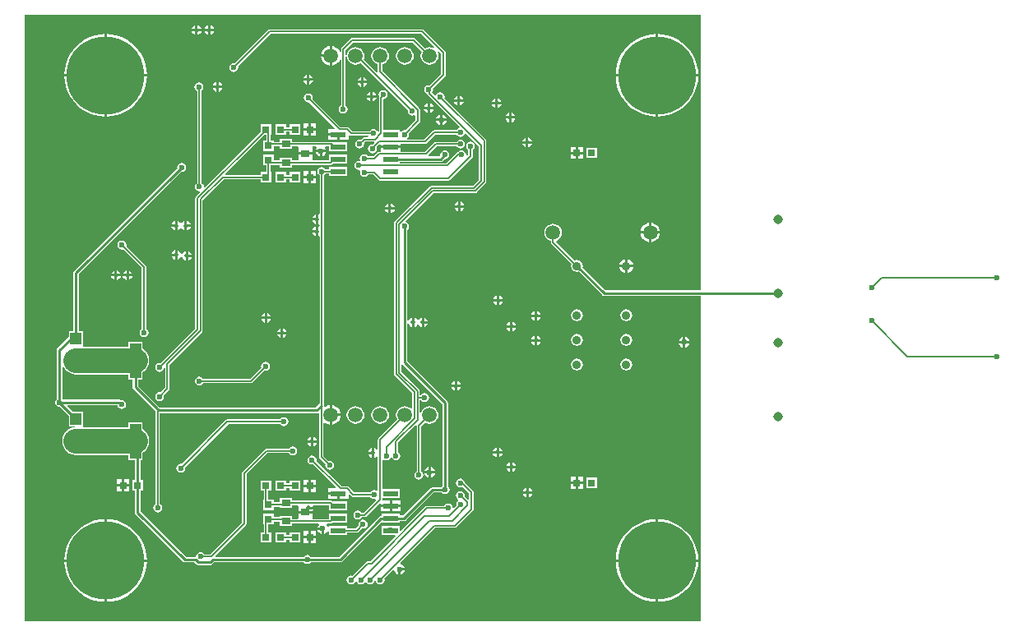
<source format=gbl>
G04*
G04 #@! TF.GenerationSoftware,Altium Limited,Altium Designer,19.0.15 (446)*
G04*
G04 Layer_Physical_Order=2*
G04 Layer_Color=16711680*
%FSLAX25Y25*%
%MOIN*%
G70*
G01*
G75*
%ADD12C,0.00600*%
%ADD42R,0.03150X0.02953*%
%ADD48R,0.02953X0.03150*%
%ADD49R,0.06102X0.02362*%
%ADD52R,0.03543X0.02756*%
%ADD59C,0.01000*%
%ADD60C,0.03543*%
%ADD61C,0.05906*%
%ADD62C,0.03838*%
%ADD63C,0.31496*%
%ADD64C,0.01968*%
%ADD65C,0.02362*%
%ADD66R,0.04724X0.14173*%
%ADD67R,0.04724X0.04724*%
%ADD68C,0.10000*%
G36*
X19685Y11122D02*
X-18945D01*
X-28192Y20369D01*
X-28054Y21063D01*
X-28238Y21988D01*
X-28763Y22773D01*
X-29547Y23297D01*
X-30472Y23481D01*
X-31398Y23297D01*
X-31404Y23292D01*
X-38894Y30782D01*
X-38777Y31372D01*
X-38366Y31542D01*
X-37624Y32112D01*
X-37054Y32854D01*
X-36696Y33718D01*
X-36574Y34646D01*
X-36696Y35573D01*
X-37054Y36437D01*
X-37624Y37179D01*
X-38366Y37749D01*
X-39230Y38107D01*
X-40157Y38229D01*
X-41085Y38107D01*
X-41949Y37749D01*
X-42691Y37179D01*
X-43261Y36437D01*
X-43619Y35573D01*
X-43741Y34646D01*
X-43619Y33718D01*
X-43261Y32854D01*
X-42691Y32112D01*
X-41949Y31542D01*
X-41085Y31184D01*
X-41075Y31183D01*
Y30748D01*
X-41005Y30397D01*
X-40806Y30099D01*
X-32702Y21995D01*
X-32706Y21988D01*
X-32890Y21063D01*
X-32706Y20138D01*
X-32182Y19353D01*
X-31398Y18829D01*
X-30472Y18645D01*
X-29779Y18783D01*
X-20202Y9207D01*
X-19839Y8964D01*
X-19410Y8878D01*
X-19409Y8878D01*
X19685D01*
Y-122907D01*
X-254403D01*
Y122907D01*
X19685D01*
Y11122D01*
D02*
G37*
%LPC*%
G36*
X-179028Y118656D02*
Y117232D01*
X-177604D01*
X-177658Y117507D01*
X-178097Y118163D01*
X-178753Y118601D01*
X-179028Y118656D01*
D02*
G37*
G36*
X-180028D02*
X-180302Y118601D01*
X-180958Y118163D01*
X-181397Y117507D01*
X-181451Y117232D01*
X-180028D01*
Y118656D01*
D02*
G37*
G36*
X-184146D02*
Y117232D01*
X-182722D01*
X-182776Y117507D01*
X-183215Y118163D01*
X-183871Y118601D01*
X-184146Y118656D01*
D02*
G37*
G36*
X-185146D02*
X-185420Y118601D01*
X-186076Y118163D01*
X-186515Y117507D01*
X-186569Y117232D01*
X-185146D01*
Y118656D01*
D02*
G37*
G36*
X-177604Y116232D02*
X-179028D01*
Y114809D01*
X-178753Y114863D01*
X-178097Y115302D01*
X-177658Y115958D01*
X-177604Y116232D01*
D02*
G37*
G36*
X-180028D02*
X-181451D01*
X-181397Y115958D01*
X-180958Y115302D01*
X-180302Y114863D01*
X-180028Y114809D01*
Y116232D01*
D02*
G37*
G36*
X-182722D02*
X-184146D01*
Y114809D01*
X-183871Y114863D01*
X-183215Y115302D01*
X-182776Y115958D01*
X-182722Y116232D01*
D02*
G37*
G36*
X-185146D02*
X-186569D01*
X-186515Y115958D01*
X-186076Y115302D01*
X-185420Y114863D01*
X-185146Y114809D01*
Y116232D01*
D02*
G37*
G36*
X-93243Y117059D02*
X-154921D01*
X-155272Y116990D01*
X-155570Y116791D01*
X-169056Y103305D01*
X-169488Y103391D01*
X-170183Y103253D01*
X-170772Y102859D01*
X-171166Y102270D01*
X-171304Y101575D01*
X-171166Y100880D01*
X-170772Y100291D01*
X-170183Y99897D01*
X-169488Y99759D01*
X-168793Y99897D01*
X-168204Y100291D01*
X-167810Y100880D01*
X-167672Y101575D01*
X-167758Y102007D01*
X-154541Y115224D01*
X-93624D01*
X-88272Y109872D01*
X-88555Y109448D01*
X-89309Y109760D01*
X-90236Y109883D01*
X-91164Y109760D01*
X-92028Y109403D01*
X-92036Y109397D01*
X-95887Y113247D01*
X-96184Y113446D01*
X-96535Y113516D01*
X-121653D01*
X-122005Y113446D01*
X-122302Y113247D01*
X-125846Y109704D01*
X-126045Y109406D01*
X-126114Y109055D01*
Y107984D01*
X-126614Y107885D01*
X-126784Y108293D01*
X-127417Y109118D01*
X-128243Y109752D01*
X-129204Y110150D01*
X-129736Y110220D01*
Y106299D01*
Y102378D01*
X-129204Y102448D01*
X-128243Y102847D01*
X-127417Y103480D01*
X-126784Y104306D01*
X-126614Y104714D01*
X-126114Y104614D01*
Y86175D01*
X-126481Y85930D01*
X-126875Y85341D01*
X-127013Y84646D01*
X-126875Y83951D01*
X-126481Y83362D01*
X-125892Y82968D01*
X-125197Y82830D01*
X-124502Y82968D01*
X-123913Y83362D01*
X-123519Y83951D01*
X-123381Y84646D01*
X-123519Y85341D01*
X-123913Y85930D01*
X-124279Y86175D01*
Y105959D01*
X-123779Y105992D01*
X-123697Y105372D01*
X-123340Y104508D01*
X-122770Y103765D01*
X-122028Y103196D01*
X-121164Y102838D01*
X-120236Y102716D01*
X-119309Y102838D01*
X-118445Y103196D01*
X-118125Y103441D01*
X-98974Y84290D01*
X-99060Y83858D01*
X-98922Y83163D01*
X-98528Y82574D01*
X-97939Y82181D01*
X-97244Y82042D01*
X-96549Y82181D01*
X-96299Y82347D01*
X-95799Y82080D01*
Y80321D01*
X-99961Y76159D01*
X-100394Y76245D01*
X-101089Y76107D01*
X-101678Y75713D01*
X-101754Y75599D01*
X-102254Y75750D01*
Y76210D01*
X-105730D01*
X-105905Y76245D01*
X-106081Y76210D01*
X-108939D01*
Y88758D01*
X-108360Y88873D01*
X-107771Y89267D01*
X-107377Y89856D01*
X-107239Y90551D01*
X-107377Y91246D01*
X-107771Y91835D01*
X-108360Y92229D01*
X-109055Y92367D01*
X-109750Y92229D01*
X-110339Y91835D01*
X-110733Y91246D01*
X-110871Y90551D01*
X-110733Y89856D01*
X-110656Y89742D01*
X-110705Y89670D01*
X-110774Y89319D01*
Y75826D01*
X-110901Y75727D01*
X-111547Y75846D01*
X-111708Y76087D01*
X-112297Y76481D01*
X-112992Y76619D01*
X-113687Y76481D01*
X-114276Y76087D01*
X-114521Y75721D01*
X-121654D01*
X-123092Y77159D01*
X-123390Y77358D01*
X-123741Y77428D01*
X-126327D01*
X-137640Y88741D01*
X-137554Y89173D01*
X-137692Y89868D01*
X-138086Y90457D01*
X-138675Y90851D01*
X-139370Y90989D01*
X-140065Y90851D01*
X-140654Y90457D01*
X-141048Y89868D01*
X-141186Y89173D01*
X-141048Y88478D01*
X-140654Y87889D01*
X-140065Y87495D01*
X-139370Y87357D01*
X-138938Y87443D01*
X-128567Y77072D01*
X-128758Y76610D01*
X-131217D01*
Y74929D01*
X-127165D01*
Y74429D01*
X-126665D01*
Y72248D01*
X-123114D01*
Y73968D01*
X-122614Y74108D01*
X-122386Y73955D01*
X-122034Y73886D01*
X-115056D01*
X-115040Y73859D01*
X-115323Y73359D01*
X-116535D01*
X-116887Y73289D01*
X-117184Y73090D01*
X-118072Y72202D01*
X-118504Y72288D01*
X-119199Y72150D01*
X-119788Y71757D01*
X-120182Y71167D01*
X-120320Y70472D01*
X-120182Y69778D01*
X-119788Y69188D01*
X-119199Y68795D01*
X-118504Y68656D01*
X-117809Y68795D01*
X-117220Y69188D01*
X-116826Y69778D01*
X-116688Y70472D01*
X-116774Y70905D01*
X-116155Y71523D01*
X-112765D01*
X-112558Y71023D01*
X-113282Y70299D01*
X-113386Y70320D01*
X-114081Y70182D01*
X-114670Y69788D01*
X-115064Y69199D01*
X-115202Y68504D01*
X-115064Y67809D01*
X-114670Y67220D01*
X-114081Y66826D01*
X-113386Y66688D01*
X-112691Y66826D01*
X-112102Y67220D01*
X-111708Y67809D01*
X-111570Y68504D01*
X-111708Y69199D01*
X-111740Y69246D01*
X-110457Y70529D01*
X-109957Y70439D01*
Y69929D01*
X-105905D01*
X-101854D01*
Y70593D01*
X-91876D01*
X-91524Y70662D01*
X-91227Y70861D01*
X-87809Y74279D01*
X-79285D01*
X-79040Y73913D01*
X-78451Y73519D01*
X-77756Y73381D01*
X-77061Y73519D01*
X-76472Y73913D01*
X-76078Y74502D01*
X-76019Y74801D01*
X-75476Y74966D01*
X-70228Y69718D01*
Y55995D01*
X-72531Y53692D01*
X-89385D01*
X-89736Y53623D01*
X-90034Y53424D01*
X-104323Y39134D01*
X-104522Y38836D01*
X-104592Y38485D01*
Y-22837D01*
X-104522Y-23188D01*
X-104323Y-23486D01*
X-97222Y-30588D01*
Y-36685D01*
X-97544Y-36794D01*
X-97722Y-36821D01*
X-98444Y-36267D01*
X-99309Y-35909D01*
X-100236Y-35787D01*
X-101164Y-35909D01*
X-102028Y-36267D01*
X-102770Y-36836D01*
X-103340Y-37578D01*
X-103698Y-38443D01*
X-103820Y-39370D01*
X-103698Y-40297D01*
X-103340Y-41162D01*
X-103333Y-41170D01*
X-110885Y-48721D01*
X-111084Y-49019D01*
X-111154Y-49370D01*
Y-53299D01*
X-111654Y-53450D01*
X-111758Y-53294D01*
X-112415Y-52855D01*
X-112689Y-52801D01*
Y-54724D01*
Y-56648D01*
X-112415Y-56594D01*
X-111758Y-56155D01*
X-111654Y-55998D01*
X-111154Y-56150D01*
Y-69875D01*
X-111654Y-70143D01*
X-111904Y-69976D01*
X-112598Y-69837D01*
X-113293Y-69976D01*
X-113883Y-70369D01*
X-114127Y-70736D01*
X-120867D01*
X-123092Y-68510D01*
X-123390Y-68311D01*
X-123741Y-68241D01*
X-125933D01*
X-136065Y-58109D01*
X-135979Y-57677D01*
X-136117Y-56982D01*
X-136511Y-56393D01*
X-137100Y-55999D01*
X-137795Y-55861D01*
X-138490Y-55999D01*
X-139079Y-56393D01*
X-139473Y-56982D01*
X-139611Y-57677D01*
X-139473Y-58372D01*
X-139079Y-58961D01*
X-138490Y-59355D01*
X-137795Y-59493D01*
X-137363Y-59407D01*
X-128173Y-68597D01*
X-128364Y-69059D01*
X-131217D01*
Y-70740D01*
X-127165D01*
Y-71240D01*
X-126665D01*
Y-73421D01*
X-123114D01*
Y-71737D01*
X-122652Y-71546D01*
X-121896Y-72302D01*
X-121598Y-72501D01*
X-121247Y-72571D01*
X-114127D01*
X-113883Y-72938D01*
X-113293Y-73331D01*
X-112598Y-73470D01*
X-112430Y-73436D01*
X-111867Y-73834D01*
X-111852Y-73940D01*
X-116916Y-79004D01*
X-117762D01*
X-118007Y-78637D01*
X-118596Y-78243D01*
X-119291Y-78105D01*
X-119986Y-78243D01*
X-120575Y-78637D01*
X-120969Y-79226D01*
X-121107Y-79921D01*
X-120969Y-80616D01*
X-120575Y-81205D01*
X-119986Y-81599D01*
X-119291Y-81737D01*
X-118596Y-81599D01*
X-118007Y-81205D01*
X-117762Y-80839D01*
X-116535D01*
X-116184Y-80769D01*
X-115887Y-80570D01*
X-110419Y-75102D01*
X-109957Y-75293D01*
Y-75740D01*
X-106405D01*
Y-74059D01*
X-108896D01*
X-109319Y-73622D01*
Y-73021D01*
X-106081D01*
X-105905Y-73056D01*
X-105730Y-73021D01*
X-102254D01*
Y-69459D01*
X-105730D01*
X-105905Y-69424D01*
X-106081Y-69459D01*
X-109319D01*
Y-57565D01*
X-108819Y-57320D01*
X-108425Y-57583D01*
X-107730Y-57722D01*
X-107035Y-57583D01*
X-106446Y-57190D01*
X-106052Y-56600D01*
X-106030Y-56488D01*
X-105520D01*
X-105497Y-56600D01*
X-105104Y-57190D01*
X-104515Y-57583D01*
X-103820Y-57722D01*
X-103125Y-57583D01*
X-102535Y-57190D01*
X-102142Y-56600D01*
X-102004Y-55905D01*
X-102142Y-55211D01*
X-102535Y-54621D01*
X-102902Y-54377D01*
Y-50479D01*
X-95884Y-43461D01*
X-95567Y-43568D01*
X-95406Y-43690D01*
Y-62251D01*
X-95772Y-62495D01*
X-96166Y-63085D01*
X-96304Y-63779D01*
X-96166Y-64474D01*
X-95772Y-65064D01*
X-95183Y-65457D01*
X-94488Y-65596D01*
X-93793Y-65457D01*
X-93204Y-65064D01*
X-92810Y-64474D01*
X-92672Y-63779D01*
X-92810Y-63085D01*
X-93204Y-62495D01*
X-93571Y-62251D01*
Y-44002D01*
X-92036Y-42467D01*
X-92028Y-42473D01*
X-91164Y-42831D01*
X-90236Y-42954D01*
X-89309Y-42831D01*
X-88445Y-42473D01*
X-87702Y-41904D01*
X-87133Y-41162D01*
X-86775Y-40297D01*
X-86653Y-39370D01*
X-86775Y-38443D01*
X-87133Y-37578D01*
X-87702Y-36836D01*
X-88445Y-36267D01*
X-89309Y-35909D01*
X-90236Y-35787D01*
X-91164Y-35909D01*
X-92028Y-36267D01*
X-92770Y-36836D01*
X-93340Y-37578D01*
X-93698Y-38443D01*
X-94187Y-38366D01*
Y-33292D01*
X-93686Y-33272D01*
X-93489Y-33568D01*
X-92900Y-33961D01*
X-92205Y-34100D01*
X-91510Y-33961D01*
X-90921Y-33568D01*
X-90527Y-32978D01*
X-90389Y-32283D01*
X-90527Y-31589D01*
X-90921Y-30999D01*
X-91510Y-30606D01*
X-92205Y-30468D01*
X-92900Y-30606D01*
X-93489Y-30999D01*
X-93686Y-31295D01*
X-94187Y-31275D01*
Y-29710D01*
X-94256Y-29359D01*
X-94455Y-29061D01*
X-101557Y-21960D01*
Y-19098D01*
X-101057Y-18915D01*
X-84980Y-34992D01*
Y-68292D01*
X-85142Y-68401D01*
X-85251Y-68563D01*
X-88976D01*
X-88976Y-68563D01*
X-89406Y-68649D01*
X-89769Y-68892D01*
X-89770Y-68892D01*
X-100996Y-80119D01*
X-102254D01*
Y-79459D01*
X-109557D01*
Y-80374D01*
X-109843D01*
X-110272Y-80460D01*
X-110636Y-80703D01*
X-110636Y-80703D01*
X-126842Y-96910D01*
X-138371D01*
X-138480Y-96747D01*
X-139069Y-96354D01*
X-139764Y-96215D01*
X-140459Y-96354D01*
X-141048Y-96747D01*
X-141156Y-96910D01*
X-176849D01*
X-177040Y-96448D01*
X-164706Y-84113D01*
X-164506Y-83816D01*
X-164437Y-83465D01*
Y-63372D01*
X-155919Y-54855D01*
X-147198D01*
X-146953Y-55221D01*
X-146364Y-55615D01*
X-145669Y-55753D01*
X-144974Y-55615D01*
X-144385Y-55221D01*
X-143991Y-54632D01*
X-143853Y-53937D01*
X-143991Y-53242D01*
X-144385Y-52653D01*
X-144974Y-52259D01*
X-145669Y-52121D01*
X-146364Y-52259D01*
X-146953Y-52653D01*
X-147198Y-53019D01*
X-156299D01*
X-156650Y-53089D01*
X-156948Y-53288D01*
X-166003Y-62343D01*
X-166202Y-62641D01*
X-166272Y-62992D01*
Y-83084D01*
X-179120Y-95933D01*
X-181542D01*
X-181787Y-95566D01*
X-182376Y-95173D01*
X-183071Y-95034D01*
X-183766Y-95173D01*
X-184355Y-95566D01*
X-184749Y-96155D01*
X-184809Y-96461D01*
X-185092Y-96876D01*
X-185370Y-96910D01*
X-188906D01*
X-207343Y-78473D01*
Y-69990D01*
X-206290D01*
Y-65837D01*
X-207343D01*
Y-57687D01*
X-206487D01*
Y-54786D01*
X-205455Y-53994D01*
X-204557Y-52824D01*
X-203993Y-51462D01*
X-203801Y-50000D01*
X-203993Y-48538D01*
X-204557Y-47176D01*
X-205455Y-46006D01*
X-206487Y-45214D01*
Y-42313D01*
X-212411D01*
Y-44352D01*
X-230369D01*
X-230502Y-43907D01*
X-230502Y-43852D01*
Y-37983D01*
X-234841D01*
X-236988Y-35835D01*
X-236796Y-35373D01*
X-216742D01*
X-216638Y-35896D01*
X-216245Y-36485D01*
X-215656Y-36879D01*
X-214961Y-37017D01*
X-214266Y-36879D01*
X-213677Y-36485D01*
X-213283Y-35896D01*
X-213145Y-35201D01*
X-213283Y-34506D01*
X-213677Y-33917D01*
X-214266Y-33523D01*
X-214961Y-33385D01*
X-215417Y-33476D01*
X-215435Y-33459D01*
X-215798Y-33216D01*
X-216228Y-33130D01*
X-216228Y-33130D01*
X-238765D01*
X-238873Y-32968D01*
X-239036Y-32859D01*
Y-19813D01*
X-238536Y-19713D01*
X-238356Y-20147D01*
X-237458Y-21317D01*
X-236289Y-22214D01*
X-234927Y-22779D01*
X-233465Y-22971D01*
X-212411D01*
Y-25009D01*
X-210570D01*
Y-28095D01*
X-210570Y-28095D01*
X-210485Y-28524D01*
X-210242Y-28888D01*
X-201581Y-37549D01*
X-201344Y-37707D01*
X-201311Y-37756D01*
Y-75636D01*
X-201678Y-75881D01*
X-202071Y-76470D01*
X-202210Y-77165D01*
X-202071Y-77860D01*
X-201678Y-78449D01*
X-201089Y-78843D01*
X-200394Y-78981D01*
X-199699Y-78843D01*
X-199110Y-78449D01*
X-198716Y-77860D01*
X-198578Y-77165D01*
X-198716Y-76470D01*
X-199110Y-75881D01*
X-199476Y-75636D01*
Y-38665D01*
X-135969D01*
X-135969Y-38665D01*
X-135539Y-38580D01*
X-135507Y-38558D01*
X-135007Y-38825D01*
Y-56462D01*
X-134937Y-56813D01*
X-134738Y-57111D01*
X-132439Y-59410D01*
X-132525Y-59842D01*
X-132386Y-60537D01*
X-131993Y-61127D01*
X-131404Y-61520D01*
X-130709Y-61659D01*
X-130014Y-61520D01*
X-129425Y-61127D01*
X-129031Y-60537D01*
X-128893Y-59842D01*
X-129031Y-59148D01*
X-129425Y-58558D01*
X-130014Y-58165D01*
X-130709Y-58026D01*
X-131141Y-58113D01*
X-133171Y-56082D01*
Y-42731D01*
X-132671Y-42484D01*
X-132230Y-42823D01*
X-131268Y-43221D01*
X-130736Y-43291D01*
Y-39370D01*
Y-35449D01*
X-131268Y-35519D01*
X-132230Y-35917D01*
X-132558Y-36169D01*
X-133012Y-35887D01*
X-132967Y-35664D01*
X-132977Y-35616D01*
X-132941Y-35433D01*
Y57900D01*
X-132574Y58145D01*
X-132329Y58512D01*
X-130816D01*
Y57648D01*
X-123514D01*
Y61210D01*
X-130816D01*
Y60347D01*
X-132329D01*
X-132574Y60713D01*
X-133163Y61107D01*
X-133858Y61245D01*
X-134553Y61107D01*
X-135142Y60713D01*
X-135536Y60124D01*
X-135674Y59429D01*
X-135536Y58734D01*
X-135142Y58145D01*
X-134776Y57900D01*
Y42240D01*
X-135276Y41914D01*
X-135327Y41924D01*
Y40000D01*
Y38076D01*
X-135276Y38087D01*
X-134776Y37760D01*
Y37279D01*
X-135276Y36953D01*
X-135327Y36963D01*
Y35039D01*
Y33116D01*
X-135276Y33126D01*
X-134776Y32800D01*
Y-34800D01*
X-134882Y-34871D01*
X-136433Y-36422D01*
X-199535D01*
X-199601Y-36357D01*
X-199837Y-36199D01*
X-199994Y-35963D01*
X-208327Y-27630D01*
Y-25009D01*
X-206487D01*
Y-22108D01*
X-205455Y-21317D01*
X-204557Y-20147D01*
X-203993Y-18785D01*
X-203801Y-17323D01*
X-203993Y-15861D01*
X-204557Y-14499D01*
X-205455Y-13329D01*
X-206487Y-12537D01*
Y-9636D01*
X-212411D01*
Y-11675D01*
X-230369D01*
X-230502Y-11230D01*
X-230502D01*
Y-5305D01*
X-232343D01*
Y17764D01*
X-190861Y59246D01*
X-190669Y59208D01*
X-189974Y59346D01*
X-189385Y59740D01*
X-188992Y60329D01*
X-188853Y61024D01*
X-188992Y61719D01*
X-189385Y62308D01*
X-189974Y62702D01*
X-190669Y62840D01*
X-191364Y62702D01*
X-191953Y62308D01*
X-192347Y61719D01*
X-192485Y61024D01*
X-192447Y60832D01*
X-234258Y19022D01*
X-234501Y18658D01*
X-234586Y18229D01*
X-234586Y18229D01*
Y-5305D01*
X-236427D01*
Y-7675D01*
X-240950Y-12199D01*
X-241194Y-12563D01*
X-241279Y-12992D01*
X-241279Y-12992D01*
Y-32859D01*
X-241442Y-32968D01*
X-241835Y-33557D01*
X-241973Y-34252D01*
X-241835Y-34947D01*
X-241442Y-35536D01*
X-240852Y-35930D01*
X-240158Y-36068D01*
X-239966Y-36030D01*
X-236427Y-39569D01*
Y-43907D01*
X-233918D01*
X-233885Y-44407D01*
X-234927Y-44544D01*
X-236289Y-45108D01*
X-237458Y-46006D01*
X-238356Y-47176D01*
X-238920Y-48538D01*
X-239113Y-50000D01*
X-238920Y-51462D01*
X-238356Y-52824D01*
X-237458Y-53994D01*
X-236289Y-54892D01*
X-234927Y-55456D01*
X-233465Y-55648D01*
X-212411D01*
Y-57687D01*
X-209586D01*
Y-65837D01*
X-210639D01*
Y-69990D01*
X-209586D01*
Y-78937D01*
X-209586Y-78937D01*
X-209501Y-79366D01*
X-209258Y-79730D01*
X-190163Y-98825D01*
X-190163Y-98825D01*
X-189799Y-99068D01*
X-189370Y-99153D01*
X-185580D01*
X-184809Y-99924D01*
X-184445Y-100168D01*
X-184016Y-100253D01*
X-184016Y-100253D01*
X-179041D01*
X-179041Y-100253D01*
X-178612Y-100168D01*
X-178248Y-99924D01*
X-177477Y-99153D01*
X-141156D01*
X-141048Y-99316D01*
X-140459Y-99709D01*
X-139764Y-99848D01*
X-139069Y-99709D01*
X-138480Y-99316D01*
X-138371Y-99153D01*
X-126378D01*
X-126378Y-99153D01*
X-125949Y-99068D01*
X-125585Y-98825D01*
X-109980Y-83220D01*
X-109557Y-83021D01*
Y-83021D01*
X-109557Y-83021D01*
X-102254D01*
Y-82362D01*
X-100532D01*
X-100531Y-82362D01*
X-100102Y-82276D01*
X-99738Y-82033D01*
X-88512Y-70807D01*
X-85251D01*
X-85142Y-70969D01*
X-84553Y-71363D01*
X-83858Y-71501D01*
X-83163Y-71363D01*
X-82574Y-70969D01*
X-82181Y-70380D01*
X-82042Y-69685D01*
X-82181Y-68990D01*
X-82574Y-68401D01*
X-82737Y-68292D01*
Y-34528D01*
X-82737Y-34528D01*
X-82822Y-34098D01*
X-83065Y-33735D01*
X-83065Y-33735D01*
X-99272Y-17528D01*
Y-2333D01*
X-98772Y-2283D01*
X-98720Y-2546D01*
X-98281Y-3202D01*
X-97625Y-3641D01*
X-97350Y-3695D01*
Y-1772D01*
Y152D01*
X-97625Y97D01*
X-98281Y-341D01*
X-98720Y-997D01*
X-98772Y-1260D01*
X-99272Y-1211D01*
Y35733D01*
X-99109Y35842D01*
X-98716Y36431D01*
X-98577Y37126D01*
X-98716Y37821D01*
X-99109Y38410D01*
X-99672Y38786D01*
X-99747Y38863D01*
X-99876Y39289D01*
X-88507Y50657D01*
X-71653D01*
X-71302Y50727D01*
X-71005Y50926D01*
X-67461Y54469D01*
X-67263Y54767D01*
X-67193Y55118D01*
Y71941D01*
X-67263Y72292D01*
X-67461Y72590D01*
X-84203Y89332D01*
X-84117Y89764D01*
X-84255Y90459D01*
X-84649Y91048D01*
X-85238Y91442D01*
X-85933Y91580D01*
X-86628Y91442D01*
X-87217Y91048D01*
X-87611Y90459D01*
X-87634Y90343D01*
X-88112Y90197D01*
X-89220Y91306D01*
X-88873Y91825D01*
X-88735Y92520D01*
X-88821Y92952D01*
X-83933Y97840D01*
X-83734Y98138D01*
X-83664Y98489D01*
Y107480D01*
X-83734Y107832D01*
X-83933Y108129D01*
X-92595Y116791D01*
X-92892Y116990D01*
X-93243Y117059D01*
D02*
G37*
G36*
X-130736Y110220D02*
X-131268Y110150D01*
X-132230Y109752D01*
X-133055Y109118D01*
X-133689Y108293D01*
X-134087Y107331D01*
X-134157Y106799D01*
X-130736D01*
Y110220D01*
D02*
G37*
G36*
Y105799D02*
X-134157D01*
X-134087Y105267D01*
X-133689Y104306D01*
X-133055Y103480D01*
X-132230Y102847D01*
X-131268Y102448D01*
X-130736Y102378D01*
Y105799D01*
D02*
G37*
G36*
X2468Y115176D02*
Y98925D01*
X18720D01*
X18609Y100616D01*
X18181Y102769D01*
X17475Y104848D01*
X16504Y106817D01*
X15284Y108643D01*
X13837Y110293D01*
X12186Y111741D01*
X10361Y112961D01*
X8392Y113932D01*
X6312Y114637D01*
X4159Y115066D01*
X2468Y115176D01*
D02*
G37*
G36*
X1469D02*
X-222Y115066D01*
X-2376Y114637D01*
X-4454Y113932D01*
X-6424Y112961D01*
X-8249Y111741D01*
X-9900Y110293D01*
X-11347Y108643D01*
X-12567Y106817D01*
X-13538Y104848D01*
X-14244Y102769D01*
X-14672Y100616D01*
X-14783Y98925D01*
X1469D01*
Y115176D01*
D02*
G37*
G36*
X-220957D02*
Y98925D01*
X-204706D01*
X-204816Y100616D01*
X-205245Y102769D01*
X-205950Y104848D01*
X-206921Y106817D01*
X-208141Y108643D01*
X-209589Y110293D01*
X-211239Y111741D01*
X-213065Y112961D01*
X-215034Y113932D01*
X-217113Y114637D01*
X-219266Y115066D01*
X-220957Y115176D01*
D02*
G37*
G36*
X-221957D02*
X-223647Y115066D01*
X-225801Y114637D01*
X-227880Y113932D01*
X-229849Y112961D01*
X-231674Y111741D01*
X-233325Y110293D01*
X-234772Y108643D01*
X-235992Y106817D01*
X-236963Y104848D01*
X-237669Y102769D01*
X-238097Y100616D01*
X-238208Y98925D01*
X-221957D01*
Y115176D01*
D02*
G37*
G36*
X-138870Y98577D02*
Y97154D01*
X-137446D01*
X-137501Y97428D01*
X-137940Y98084D01*
X-138596Y98523D01*
X-138870Y98577D01*
D02*
G37*
G36*
X-139870D02*
X-140144Y98523D01*
X-140801Y98084D01*
X-141239Y97428D01*
X-141294Y97154D01*
X-139870D01*
Y98577D01*
D02*
G37*
G36*
X-117020Y97593D02*
Y96169D01*
X-115596D01*
X-115651Y96443D01*
X-116089Y97100D01*
X-116745Y97538D01*
X-117020Y97593D01*
D02*
G37*
G36*
X-118020D02*
X-118294Y97538D01*
X-118950Y97100D01*
X-119389Y96443D01*
X-119443Y96169D01*
X-118020D01*
Y97593D01*
D02*
G37*
G36*
X-137446Y96153D02*
X-138870D01*
Y94730D01*
X-138596Y94784D01*
X-137940Y95223D01*
X-137501Y95879D01*
X-137446Y96153D01*
D02*
G37*
G36*
X-139870D02*
X-141294D01*
X-141239Y95879D01*
X-140801Y95223D01*
X-140144Y94784D01*
X-139870Y94730D01*
Y96153D01*
D02*
G37*
G36*
X-175681Y95624D02*
Y94201D01*
X-174257D01*
X-174312Y94475D01*
X-174750Y95131D01*
X-175407Y95570D01*
X-175681Y95624D01*
D02*
G37*
G36*
X-176681D02*
X-176955Y95570D01*
X-177612Y95131D01*
X-178050Y94475D01*
X-178105Y94201D01*
X-176681D01*
Y95624D01*
D02*
G37*
G36*
X-115596Y95169D02*
X-117020D01*
Y93746D01*
X-116745Y93800D01*
X-116089Y94239D01*
X-115651Y94895D01*
X-115596Y95169D01*
D02*
G37*
G36*
X-118020D02*
X-119443D01*
X-119389Y94895D01*
X-118950Y94239D01*
X-118294Y93800D01*
X-118020Y93746D01*
Y95169D01*
D02*
G37*
G36*
X-174257Y93201D02*
X-175681D01*
Y91777D01*
X-175407Y91832D01*
X-174750Y92270D01*
X-174312Y92927D01*
X-174257Y93201D01*
D02*
G37*
G36*
X-176681D02*
X-178105D01*
X-178050Y92927D01*
X-177612Y92270D01*
X-176955Y91832D01*
X-176681Y91777D01*
Y93201D01*
D02*
G37*
G36*
X-113175Y91687D02*
Y90264D01*
X-111751D01*
X-111806Y90538D01*
X-112245Y91194D01*
X-112901Y91633D01*
X-113175Y91687D01*
D02*
G37*
G36*
X-114175D02*
X-114449Y91633D01*
X-115106Y91194D01*
X-115544Y90538D01*
X-115599Y90264D01*
X-114175D01*
Y91687D01*
D02*
G37*
G36*
X-77846Y90113D02*
Y88689D01*
X-76423D01*
X-76477Y88963D01*
X-76916Y89619D01*
X-77572Y90058D01*
X-77846Y90113D01*
D02*
G37*
G36*
X-78847D02*
X-79121Y90058D01*
X-79777Y89619D01*
X-80216Y88963D01*
X-80270Y88689D01*
X-78847D01*
Y90113D01*
D02*
G37*
G36*
X-111751Y89264D02*
X-113175D01*
Y87840D01*
X-112901Y87895D01*
X-112245Y88333D01*
X-111806Y88990D01*
X-111751Y89264D01*
D02*
G37*
G36*
X-114175D02*
X-115599D01*
X-115544Y88990D01*
X-115106Y88333D01*
X-114449Y87895D01*
X-114175Y87840D01*
Y89264D01*
D02*
G37*
G36*
X-62492Y89128D02*
Y87705D01*
X-61068D01*
X-61123Y87979D01*
X-61562Y88635D01*
X-62218Y89074D01*
X-62492Y89128D01*
D02*
G37*
G36*
X-63492D02*
X-63766Y89074D01*
X-64423Y88635D01*
X-64861Y87979D01*
X-64916Y87705D01*
X-63492D01*
Y89128D01*
D02*
G37*
G36*
X-76423Y87689D02*
X-77846D01*
Y86265D01*
X-77572Y86320D01*
X-76916Y86758D01*
X-76477Y87415D01*
X-76423Y87689D01*
D02*
G37*
G36*
X-78847D02*
X-80270D01*
X-80216Y87415D01*
X-79777Y86758D01*
X-79121Y86320D01*
X-78847Y86265D01*
Y87689D01*
D02*
G37*
G36*
X-61068Y86705D02*
X-62492D01*
Y85281D01*
X-62218Y85336D01*
X-61562Y85774D01*
X-61123Y86431D01*
X-61068Y86705D01*
D02*
G37*
G36*
X-63492D02*
X-64916D01*
X-64861Y86431D01*
X-64423Y85774D01*
X-63766Y85336D01*
X-63492Y85281D01*
Y86705D01*
D02*
G37*
G36*
X-56980Y83223D02*
Y81799D01*
X-55557D01*
X-55611Y82073D01*
X-56050Y82730D01*
X-56706Y83168D01*
X-56980Y83223D01*
D02*
G37*
G36*
X-57980D02*
X-58254Y83168D01*
X-58911Y82730D01*
X-59349Y82073D01*
X-59404Y81799D01*
X-57980D01*
Y83223D01*
D02*
G37*
G36*
X18720Y97925D02*
X2468D01*
Y81674D01*
X4159Y81785D01*
X6312Y82213D01*
X8392Y82919D01*
X10361Y83890D01*
X12186Y85110D01*
X13837Y86557D01*
X15284Y88208D01*
X16504Y90033D01*
X17475Y92002D01*
X18181Y94081D01*
X18609Y96234D01*
X18720Y97925D01*
D02*
G37*
G36*
X1469D02*
X-14783D01*
X-14672Y96234D01*
X-14244Y94081D01*
X-13538Y92002D01*
X-12567Y90033D01*
X-11347Y88208D01*
X-9900Y86557D01*
X-8249Y85110D01*
X-6424Y83890D01*
X-4454Y82919D01*
X-2376Y82213D01*
X-222Y81785D01*
X1469Y81674D01*
Y97925D01*
D02*
G37*
G36*
X-204706D02*
X-220957D01*
Y81674D01*
X-219266Y81785D01*
X-217113Y82213D01*
X-215034Y82919D01*
X-213065Y83890D01*
X-211239Y85110D01*
X-209589Y86557D01*
X-208141Y88208D01*
X-206921Y90033D01*
X-205950Y92002D01*
X-205245Y94081D01*
X-204816Y96234D01*
X-204706Y97925D01*
D02*
G37*
G36*
X-221957D02*
X-238208D01*
X-238097Y96234D01*
X-237669Y94081D01*
X-236963Y92002D01*
X-235992Y90033D01*
X-234772Y88208D01*
X-233325Y86557D01*
X-231674Y85110D01*
X-229849Y83890D01*
X-227880Y82919D01*
X-225801Y82213D01*
X-223647Y81785D01*
X-221957Y81674D01*
Y97925D01*
D02*
G37*
G36*
X-55557Y80799D02*
X-56980D01*
Y79375D01*
X-56706Y79430D01*
X-56050Y79869D01*
X-55611Y80525D01*
X-55557Y80799D01*
D02*
G37*
G36*
X-57980D02*
X-59404D01*
X-59349Y80525D01*
X-58911Y79869D01*
X-58254Y79430D01*
X-57980Y79375D01*
Y80799D01*
D02*
G37*
G36*
X-142510Y78454D02*
X-146860D01*
Y77296D01*
X-148416D01*
Y78454D01*
X-152765D01*
Y74302D01*
X-148416D01*
Y75460D01*
X-146860D01*
Y74302D01*
X-142510D01*
Y78454D01*
D02*
G37*
G36*
X-136205Y78854D02*
X-138279D01*
Y76878D01*
X-136205D01*
Y78854D01*
D02*
G37*
G36*
X-139279D02*
X-141354D01*
Y76878D01*
X-139279D01*
Y78854D01*
D02*
G37*
G36*
X-136205Y75878D02*
X-138279D01*
Y73902D01*
X-136205D01*
Y75878D01*
D02*
G37*
G36*
X-139279D02*
X-141354D01*
Y73902D01*
X-139279D01*
Y75878D01*
D02*
G37*
G36*
X-127665Y73929D02*
X-131217D01*
Y72248D01*
X-127665D01*
Y73929D01*
D02*
G37*
G36*
X-50153Y73184D02*
Y71760D01*
X-48729D01*
X-48784Y72034D01*
X-49222Y72690D01*
X-49878Y73129D01*
X-50153Y73184D01*
D02*
G37*
G36*
X-51153D02*
X-51427Y73129D01*
X-52083Y72690D01*
X-52522Y72034D01*
X-52576Y71760D01*
X-51153D01*
Y73184D01*
D02*
G37*
G36*
X-48729Y70760D02*
X-50153D01*
Y69336D01*
X-49878Y69391D01*
X-49222Y69829D01*
X-48784Y70486D01*
X-48729Y70760D01*
D02*
G37*
G36*
X-51153D02*
X-52576D01*
X-52522Y70486D01*
X-52083Y69829D01*
X-51427Y69391D01*
X-51153Y69336D01*
Y70760D01*
D02*
G37*
G36*
X-183661Y95517D02*
X-184356Y95379D01*
X-184945Y94985D01*
X-185339Y94396D01*
X-185477Y93701D01*
X-185339Y93006D01*
X-184945Y92417D01*
X-184382Y92040D01*
Y54679D01*
X-184749Y54434D01*
X-185142Y53845D01*
X-185281Y53150D01*
X-185142Y52455D01*
X-184749Y51866D01*
X-184160Y51472D01*
X-183532Y51347D01*
X-183401Y51124D01*
X-183319Y50853D01*
X-184901Y49271D01*
X-185100Y48973D01*
X-185170Y48622D01*
Y-4344D01*
X-199174Y-18349D01*
X-199606Y-18263D01*
X-200301Y-18401D01*
X-200890Y-18795D01*
X-201284Y-19384D01*
X-201422Y-20079D01*
X-201284Y-20774D01*
X-200890Y-21363D01*
X-200301Y-21757D01*
X-199606Y-21895D01*
X-198911Y-21757D01*
X-198322Y-21363D01*
X-197929Y-20774D01*
X-197874Y-20501D01*
X-197374Y-20550D01*
Y-28360D01*
X-199174Y-30160D01*
X-199606Y-30074D01*
X-200301Y-30212D01*
X-200890Y-30606D01*
X-201284Y-31195D01*
X-201422Y-31890D01*
X-201284Y-32585D01*
X-200890Y-33174D01*
X-200301Y-33568D01*
X-199606Y-33706D01*
X-198911Y-33568D01*
X-198322Y-33174D01*
X-197929Y-32585D01*
X-197790Y-31890D01*
X-197876Y-31457D01*
X-195808Y-29389D01*
X-195609Y-29091D01*
X-195539Y-28740D01*
Y-19006D01*
X-182403Y-5870D01*
X-182204Y-5573D01*
X-182134Y-5221D01*
Y47745D01*
X-173710Y56169D01*
X-158671D01*
Y55010D01*
X-154321D01*
Y59163D01*
X-154594D01*
Y61802D01*
X-153435D01*
Y62075D01*
X-150797D01*
Y61014D01*
X-146054D01*
Y62075D01*
X-130268D01*
X-129917Y62144D01*
X-129619Y62343D01*
X-129314Y62648D01*
X-123514D01*
Y66210D01*
X-130816D01*
Y63910D01*
X-137646D01*
X-137779Y64354D01*
X-137779Y64410D01*
Y66232D01*
X-140551D01*
X-143323D01*
Y64410D01*
X-143323Y64354D01*
X-143457Y63910D01*
X-146054D01*
Y64970D01*
X-150797D01*
Y63910D01*
X-153435D01*
Y66151D01*
X-157588D01*
Y61802D01*
X-156429D01*
Y59163D01*
X-158671D01*
Y58004D01*
X-172919D01*
X-173110Y58466D01*
X-157275Y74302D01*
X-156429D01*
Y72057D01*
X-157588D01*
Y67707D01*
X-153435D01*
Y69555D01*
X-150797D01*
Y68494D01*
X-146054D01*
Y69555D01*
X-143457D01*
X-143323Y69110D01*
X-143323Y69055D01*
Y67232D01*
X-140551D01*
X-137779D01*
Y69055D01*
X-137779Y69110D01*
X-137646Y69555D01*
X-136248D01*
X-135981Y69055D01*
X-136307Y68568D01*
X-136376Y68217D01*
X-132128D01*
X-132197Y68568D01*
X-132523Y69055D01*
X-132256Y69555D01*
X-130816D01*
Y67648D01*
X-123514D01*
Y71210D01*
X-129563D01*
X-129728Y71320D01*
X-130079Y71390D01*
X-146054D01*
Y72450D01*
X-150797D01*
Y71390D01*
X-153435D01*
Y72057D01*
X-154594D01*
Y74302D01*
X-154321D01*
Y78454D01*
X-158671D01*
Y75501D01*
X-181168Y53004D01*
X-181439Y53086D01*
X-181662Y53217D01*
X-181787Y53845D01*
X-182181Y54434D01*
X-182547Y54679D01*
Y92303D01*
X-182377Y92417D01*
X-181984Y93006D01*
X-181845Y93701D01*
X-181984Y94396D01*
X-182377Y94985D01*
X-182966Y95379D01*
X-183661Y95517D01*
D02*
G37*
G36*
X-27937Y69406D02*
X-30012D01*
Y67429D01*
X-27937D01*
Y69406D01*
D02*
G37*
G36*
X-31012D02*
X-33087D01*
Y67429D01*
X-31012D01*
Y69406D01*
D02*
G37*
G36*
X-77756Y72288D02*
X-78451Y72150D01*
X-79040Y71757D01*
X-79285Y71390D01*
X-87598D01*
X-87950Y71320D01*
X-88247Y71121D01*
X-91941Y67428D01*
X-101854D01*
Y68929D01*
X-105905D01*
X-109957D01*
Y67428D01*
X-110655D01*
X-111006Y67358D01*
X-111304Y67159D01*
X-112978Y65485D01*
X-115125D01*
X-115370Y65851D01*
X-115959Y66245D01*
X-116654Y66383D01*
X-117349Y66245D01*
X-117938Y65851D01*
X-118332Y65262D01*
X-118470Y64567D01*
X-118363Y64031D01*
X-118631Y63674D01*
X-118748Y63597D01*
X-118898Y63627D01*
X-119593Y63489D01*
X-120182Y63095D01*
X-120575Y62506D01*
X-120714Y61811D01*
X-120575Y61116D01*
X-120182Y60527D01*
X-119593Y60133D01*
X-118898Y59995D01*
X-118613Y60052D01*
X-118481Y59952D01*
X-118240Y59616D01*
X-118351Y59055D01*
X-118213Y58360D01*
X-117819Y57771D01*
X-117230Y57377D01*
X-116535Y57239D01*
X-115840Y57377D01*
X-115251Y57771D01*
X-115006Y58138D01*
X-112979D01*
X-110885Y56044D01*
X-110588Y55845D01*
X-110236Y55775D01*
X-82677D01*
X-82326Y55845D01*
X-82028Y56044D01*
X-72973Y65099D01*
X-72774Y65397D01*
X-72704Y65748D01*
Y68156D01*
X-72338Y68401D01*
X-71944Y68990D01*
X-71806Y69685D01*
X-71944Y70380D01*
X-72338Y70969D01*
X-72927Y71363D01*
X-73622Y71501D01*
X-74317Y71363D01*
X-74906Y70969D01*
X-75300Y70380D01*
X-75438Y69685D01*
X-75300Y68990D01*
X-74906Y68401D01*
X-74540Y68156D01*
Y66128D01*
X-74917Y65750D01*
X-75378Y65997D01*
X-75349Y66142D01*
X-75488Y66837D01*
X-75881Y67426D01*
X-76470Y67819D01*
X-77165Y67958D01*
X-77860Y67819D01*
X-78449Y67426D01*
X-78485Y67373D01*
X-78718Y67327D01*
X-79015Y67128D01*
X-83415Y62729D01*
X-102254D01*
Y63308D01*
X-85768D01*
X-85768Y63308D01*
X-85338Y63393D01*
X-84975Y63636D01*
X-84247Y64364D01*
X-84055Y64326D01*
X-83360Y64464D01*
X-82771Y64858D01*
X-82377Y65447D01*
X-82239Y66142D01*
X-82377Y66837D01*
X-82771Y67426D01*
X-83360Y67819D01*
X-84055Y67958D01*
X-84750Y67819D01*
X-85339Y67426D01*
X-85733Y66837D01*
X-85871Y66142D01*
X-85833Y65950D01*
X-86232Y65551D01*
X-90515D01*
X-90723Y66051D01*
X-87218Y69555D01*
X-79285D01*
X-79040Y69188D01*
X-78451Y68795D01*
X-77756Y68656D01*
X-77061Y68795D01*
X-76472Y69188D01*
X-76078Y69778D01*
X-75940Y70472D01*
X-76078Y71167D01*
X-76472Y71757D01*
X-77061Y72150D01*
X-77756Y72288D01*
D02*
G37*
G36*
X-132128Y67216D02*
X-133752D01*
Y65592D01*
X-133401Y65662D01*
X-132679Y66144D01*
X-132197Y66865D01*
X-132128Y67216D01*
D02*
G37*
G36*
X-134752D02*
X-136376D01*
X-136307Y66865D01*
X-135825Y66144D01*
X-135103Y65662D01*
X-134752Y65592D01*
Y67216D01*
D02*
G37*
G36*
X-22432Y69006D02*
X-26781D01*
Y64853D01*
X-22432D01*
Y69006D01*
D02*
G37*
G36*
X-27937Y66429D02*
X-30012D01*
Y64453D01*
X-27937D01*
Y66429D01*
D02*
G37*
G36*
X-31012D02*
X-33087D01*
Y64453D01*
X-31012D01*
Y66429D01*
D02*
G37*
G36*
X-142510Y59163D02*
X-146860D01*
Y58004D01*
X-148416D01*
Y59163D01*
X-152765D01*
Y55010D01*
X-148416D01*
Y56169D01*
X-146860D01*
Y55010D01*
X-142510D01*
Y59163D01*
D02*
G37*
G36*
X-136205Y59563D02*
X-138279D01*
Y57587D01*
X-136205D01*
Y59563D01*
D02*
G37*
G36*
X-139279D02*
X-141354D01*
Y57587D01*
X-139279D01*
Y59563D01*
D02*
G37*
G36*
X-136205Y56587D02*
X-138279D01*
Y54610D01*
X-136205D01*
Y56587D01*
D02*
G37*
G36*
X-139279D02*
X-141354D01*
Y54610D01*
X-139279D01*
Y56587D01*
D02*
G37*
G36*
X-77650Y47199D02*
Y45776D01*
X-76226D01*
X-76280Y46050D01*
X-76719Y46706D01*
X-77375Y47145D01*
X-77650Y47199D01*
D02*
G37*
G36*
X-78650D02*
X-78924Y47145D01*
X-79580Y46706D01*
X-80019Y46050D01*
X-80073Y45776D01*
X-78650D01*
Y47199D01*
D02*
G37*
G36*
X-105799Y46412D02*
Y44988D01*
X-104376D01*
X-104430Y45262D01*
X-104869Y45919D01*
X-105525Y46357D01*
X-105799Y46412D01*
D02*
G37*
G36*
X-106799D02*
X-107073Y46357D01*
X-107730Y45919D01*
X-108168Y45262D01*
X-108223Y44988D01*
X-106799D01*
Y46412D01*
D02*
G37*
G36*
X-76226Y44776D02*
X-77650D01*
Y43352D01*
X-77375Y43407D01*
X-76719Y43845D01*
X-76280Y44501D01*
X-76226Y44776D01*
D02*
G37*
G36*
X-78650D02*
X-80073D01*
X-80019Y44501D01*
X-79580Y43845D01*
X-78924Y43407D01*
X-78650Y43352D01*
Y44776D01*
D02*
G37*
G36*
X-104376Y43988D02*
X-105799D01*
Y42564D01*
X-105525Y42619D01*
X-104869Y43058D01*
X-104430Y43714D01*
X-104376Y43988D01*
D02*
G37*
G36*
X-106799D02*
X-108223D01*
X-108168Y43714D01*
X-107730Y43058D01*
X-107073Y42619D01*
X-106799Y42564D01*
Y43988D01*
D02*
G37*
G36*
X-136327Y41924D02*
X-136601Y41869D01*
X-137257Y41431D01*
X-137696Y40774D01*
X-137750Y40500D01*
X-136327D01*
Y41924D01*
D02*
G37*
G36*
X-189476Y39325D02*
X-189751Y39271D01*
X-190407Y38832D01*
X-190644Y38477D01*
X-191246D01*
X-191483Y38832D01*
X-192139Y39270D01*
X-192413Y39325D01*
Y37401D01*
Y35477D01*
X-192139Y35532D01*
X-191483Y35971D01*
X-191245Y36326D01*
X-190644D01*
X-190407Y35971D01*
X-189751Y35533D01*
X-189476Y35478D01*
Y37402D01*
Y39325D01*
D02*
G37*
G36*
X-136327Y39500D02*
X-137750D01*
X-137696Y39226D01*
X-137257Y38569D01*
X-136601Y38131D01*
X-136327Y38076D01*
Y39500D01*
D02*
G37*
G36*
X-188476Y39325D02*
Y37902D01*
X-187053D01*
X-187107Y38176D01*
X-187546Y38832D01*
X-188202Y39271D01*
X-188476Y39325D01*
D02*
G37*
G36*
X-193413Y39325D02*
X-193688Y39270D01*
X-194344Y38832D01*
X-194782Y38175D01*
X-194837Y37901D01*
X-193413D01*
Y39325D01*
D02*
G37*
G36*
X-136327Y36963D02*
X-136601Y36909D01*
X-137257Y36470D01*
X-137696Y35814D01*
X-137750Y35539D01*
X-136327D01*
Y36963D01*
D02*
G37*
G36*
X-187053Y36902D02*
X-188476D01*
Y35478D01*
X-188202Y35533D01*
X-187546Y35971D01*
X-187107Y36627D01*
X-187053Y36902D01*
D02*
G37*
G36*
X-193413Y36901D02*
X-194837D01*
X-194782Y36627D01*
X-194344Y35971D01*
X-193688Y35532D01*
X-193413Y35477D01*
Y36901D01*
D02*
G37*
G36*
X-287Y38567D02*
Y35146D01*
X3134D01*
X3064Y35678D01*
X2665Y36639D01*
X2032Y37465D01*
X1206Y38098D01*
X244Y38497D01*
X-287Y38567D01*
D02*
G37*
G36*
X-1287Y38567D02*
X-1819Y38497D01*
X-2781Y38098D01*
X-3607Y37465D01*
X-4240Y36639D01*
X-4638Y35678D01*
X-4708Y35146D01*
X-1287D01*
Y38567D01*
D02*
G37*
G36*
X-136327Y34539D02*
X-137750D01*
X-137696Y34265D01*
X-137257Y33609D01*
X-136601Y33170D01*
X-136327Y33116D01*
Y34539D01*
D02*
G37*
G36*
X-1287Y34146D02*
X-4708D01*
X-4638Y33614D01*
X-4240Y32652D01*
X-3607Y31826D01*
X-2781Y31193D01*
X-1819Y30795D01*
X-1287Y30725D01*
Y34146D01*
D02*
G37*
G36*
X3134D02*
X-287D01*
Y30725D01*
X244Y30795D01*
X1206Y31193D01*
X2032Y31826D01*
X2665Y32652D01*
X3064Y33614D01*
X3134Y34146D01*
D02*
G37*
G36*
X-193413Y27514D02*
X-193688Y27460D01*
X-194344Y27021D01*
X-194782Y26365D01*
X-194837Y26091D01*
X-193413D01*
Y27514D01*
D02*
G37*
G36*
X-188083Y27121D02*
Y25697D01*
X-186659D01*
X-186714Y25971D01*
X-187152Y26627D01*
X-187809Y27066D01*
X-188083Y27121D01*
D02*
G37*
G36*
X-193413Y25091D02*
X-194837D01*
X-194782Y24816D01*
X-194344Y24160D01*
X-193688Y23721D01*
X-193413Y23667D01*
Y25091D01*
D02*
G37*
G36*
X-186659Y24697D02*
X-188083D01*
Y23273D01*
X-187809Y23328D01*
X-187152Y23766D01*
X-186714Y24423D01*
X-186659Y24697D01*
D02*
G37*
G36*
X-192413Y27514D02*
Y25591D01*
Y23667D01*
X-192139Y23721D01*
X-191483Y24160D01*
X-191044Y24816D01*
X-191042Y24827D01*
X-190532D01*
X-190452Y24423D01*
X-190013Y23766D01*
X-189357Y23328D01*
X-189083Y23273D01*
Y25197D01*
Y27121D01*
X-189357Y27066D01*
X-190013Y26627D01*
X-190452Y25971D01*
X-190454Y25960D01*
X-190964D01*
X-191044Y26365D01*
X-191483Y27021D01*
X-192139Y27460D01*
X-192413Y27514D01*
D02*
G37*
G36*
X-9972Y23793D02*
Y21563D01*
X-7743D01*
X-7772Y21787D01*
X-8051Y22461D01*
X-8496Y23040D01*
X-9075Y23484D01*
X-9749Y23763D01*
X-9972Y23793D01*
D02*
G37*
G36*
X-10972D02*
X-11196Y23763D01*
X-11870Y23484D01*
X-12449Y23040D01*
X-12893Y22461D01*
X-13173Y21787D01*
X-13202Y21563D01*
X-10972D01*
Y23793D01*
D02*
G37*
G36*
X-10472Y21063D02*
D01*
D01*
D01*
D02*
G37*
G36*
X-7743Y20563D02*
X-9972D01*
Y18333D01*
X-9749Y18363D01*
X-9075Y18642D01*
X-8496Y19086D01*
X-8051Y19665D01*
X-7772Y20339D01*
X-7743Y20563D01*
D02*
G37*
G36*
X-10972D02*
X-13202D01*
X-13173Y20339D01*
X-12893Y19665D01*
X-12449Y19086D01*
X-11870Y18642D01*
X-11196Y18363D01*
X-10972Y18333D01*
Y20563D01*
D02*
G37*
G36*
X-212098Y19247D02*
Y17823D01*
X-210675D01*
X-210729Y18097D01*
X-211168Y18753D01*
X-211824Y19192D01*
X-212098Y19247D01*
D02*
G37*
G36*
X-213098D02*
X-213373Y19192D01*
X-214029Y18753D01*
X-214468Y18097D01*
X-214522Y17823D01*
X-213098D01*
Y19247D01*
D02*
G37*
G36*
X-216823D02*
Y17823D01*
X-215399D01*
X-215454Y18097D01*
X-215892Y18753D01*
X-216549Y19192D01*
X-216823Y19247D01*
D02*
G37*
G36*
X-217823D02*
X-218097Y19192D01*
X-218753Y18753D01*
X-219192Y18097D01*
X-219247Y17823D01*
X-217823D01*
Y19247D01*
D02*
G37*
G36*
X-210675Y16823D02*
X-212098D01*
Y15399D01*
X-211824Y15454D01*
X-211168Y15892D01*
X-210729Y16549D01*
X-210675Y16823D01*
D02*
G37*
G36*
X-213098D02*
X-214522D01*
X-214468Y16549D01*
X-214029Y15892D01*
X-213373Y15454D01*
X-213098Y15399D01*
Y16823D01*
D02*
G37*
G36*
X-215399D02*
X-216823D01*
Y15399D01*
X-216549Y15454D01*
X-215892Y15892D01*
X-215454Y16549D01*
X-215399Y16823D01*
D02*
G37*
G36*
X-217823D02*
X-219247D01*
X-219192Y16549D01*
X-218753Y15892D01*
X-218097Y15454D01*
X-217823Y15399D01*
Y16823D01*
D02*
G37*
G36*
X-61902Y9010D02*
Y7587D01*
X-60478D01*
X-60532Y7861D01*
X-60971Y8517D01*
X-61627Y8956D01*
X-61902Y9010D01*
D02*
G37*
G36*
X-62902D02*
X-63176Y8956D01*
X-63832Y8517D01*
X-64271Y7861D01*
X-64325Y7587D01*
X-62902D01*
Y9010D01*
D02*
G37*
G36*
X-60478Y6587D02*
X-61902D01*
Y5163D01*
X-61627Y5218D01*
X-60971Y5656D01*
X-60532Y6312D01*
X-60478Y6587D01*
D02*
G37*
G36*
X-62902D02*
X-64325D01*
X-64271Y6312D01*
X-63832Y5656D01*
X-63176Y5218D01*
X-62902Y5163D01*
Y6587D01*
D02*
G37*
G36*
X-46547Y2750D02*
Y1327D01*
X-45124D01*
X-45178Y1601D01*
X-45617Y2257D01*
X-46273Y2696D01*
X-46547Y2750D01*
D02*
G37*
G36*
X-47547D02*
X-47822Y2696D01*
X-48478Y2257D01*
X-48916Y1601D01*
X-48971Y1327D01*
X-47547D01*
Y2750D01*
D02*
G37*
G36*
X-155996Y1924D02*
Y500D01*
X-154572D01*
X-154627Y774D01*
X-155066Y1431D01*
X-155722Y1869D01*
X-155996Y1924D01*
D02*
G37*
G36*
X-156996D02*
X-157270Y1869D01*
X-157927Y1431D01*
X-158365Y774D01*
X-158420Y500D01*
X-156996D01*
Y1924D01*
D02*
G37*
G36*
X-93413Y152D02*
X-93688Y97D01*
X-94344Y-341D01*
X-94581Y-696D01*
X-95183D01*
X-95420Y-341D01*
X-96076Y97D01*
X-96350Y152D01*
Y-1772D01*
Y-3695D01*
X-96076Y-3641D01*
X-95420Y-3202D01*
X-95183Y-2847D01*
X-94581D01*
X-94344Y-3202D01*
X-93688Y-3641D01*
X-93413Y-3695D01*
Y-1772D01*
Y152D01*
D02*
G37*
G36*
X-45124Y327D02*
X-46547D01*
Y-1097D01*
X-46273Y-1042D01*
X-45617Y-604D01*
X-45178Y53D01*
X-45124Y327D01*
D02*
G37*
G36*
X-47547D02*
X-48971D01*
X-48916Y53D01*
X-48478Y-604D01*
X-47822Y-1042D01*
X-47547Y-1097D01*
Y327D01*
D02*
G37*
G36*
X-92413Y152D02*
Y-1272D01*
X-90990D01*
X-91044Y-997D01*
X-91483Y-341D01*
X-92139Y97D01*
X-92413Y152D01*
D02*
G37*
G36*
X-10472Y3481D02*
X-11398Y3297D01*
X-12182Y2773D01*
X-12706Y1988D01*
X-12890Y1063D01*
X-12706Y138D01*
X-12182Y-647D01*
X-11398Y-1171D01*
X-10472Y-1355D01*
X-9547Y-1171D01*
X-8763Y-647D01*
X-8239Y138D01*
X-8055Y1063D01*
X-8239Y1988D01*
X-8763Y2773D01*
X-9547Y3297D01*
X-10472Y3481D01*
D02*
G37*
G36*
X-30472D02*
X-31398Y3297D01*
X-32182Y2773D01*
X-32706Y1988D01*
X-32890Y1063D01*
X-32706Y138D01*
X-32182Y-647D01*
X-31398Y-1171D01*
X-30472Y-1355D01*
X-29547Y-1171D01*
X-28763Y-647D01*
X-28238Y138D01*
X-28054Y1063D01*
X-28238Y1988D01*
X-28763Y2773D01*
X-29547Y3297D01*
X-30472Y3481D01*
D02*
G37*
G36*
X-154572Y-500D02*
X-155996D01*
Y-1924D01*
X-155722Y-1869D01*
X-155066Y-1431D01*
X-154627Y-774D01*
X-154572Y-500D01*
D02*
G37*
G36*
X-156996D02*
X-158420D01*
X-158365Y-774D01*
X-157927Y-1431D01*
X-157270Y-1869D01*
X-156996Y-1924D01*
Y-500D01*
D02*
G37*
G36*
X-56587Y-1600D02*
Y-3024D01*
X-55163D01*
X-55217Y-2749D01*
X-55656Y-2093D01*
X-56312Y-1654D01*
X-56587Y-1600D01*
D02*
G37*
G36*
X-57587D02*
X-57861Y-1654D01*
X-58517Y-2093D01*
X-58956Y-2749D01*
X-59010Y-3024D01*
X-57587D01*
Y-1600D01*
D02*
G37*
G36*
X-90990Y-2272D02*
X-92413D01*
Y-3695D01*
X-92139Y-3641D01*
X-91483Y-3202D01*
X-91044Y-2546D01*
X-90990Y-2272D01*
D02*
G37*
G36*
X-55163Y-4024D02*
X-56587D01*
Y-5447D01*
X-56312Y-5393D01*
X-55656Y-4954D01*
X-55217Y-4298D01*
X-55163Y-4024D01*
D02*
G37*
G36*
X-57587D02*
X-59010D01*
X-58956Y-4298D01*
X-58517Y-4954D01*
X-57861Y-5393D01*
X-57587Y-5447D01*
Y-4024D01*
D02*
G37*
G36*
X-149500Y-4179D02*
Y-5602D01*
X-148076D01*
X-148131Y-5328D01*
X-148569Y-4672D01*
X-149226Y-4233D01*
X-149500Y-4179D01*
D02*
G37*
G36*
X-150500D02*
X-150774Y-4233D01*
X-151431Y-4672D01*
X-151869Y-5328D01*
X-151924Y-5602D01*
X-150500D01*
Y-4179D01*
D02*
G37*
G36*
X-214843Y31344D02*
X-215537Y31206D01*
X-216127Y30812D01*
X-216520Y30223D01*
X-216658Y29528D01*
X-216520Y28833D01*
X-216127Y28244D01*
X-215537Y27850D01*
X-214843Y27712D01*
X-214410Y27798D01*
X-206823Y20211D01*
Y-4377D01*
X-207190Y-4621D01*
X-207583Y-5211D01*
X-207721Y-5906D01*
X-207583Y-6600D01*
X-207190Y-7190D01*
X-206600Y-7583D01*
X-205906Y-7722D01*
X-205211Y-7583D01*
X-204621Y-7190D01*
X-204228Y-6600D01*
X-204089Y-5906D01*
X-204228Y-5211D01*
X-204621Y-4621D01*
X-204988Y-4377D01*
Y20591D01*
X-205058Y20942D01*
X-205257Y21240D01*
X-213112Y29096D01*
X-213026Y29528D01*
X-213165Y30223D01*
X-213558Y30812D01*
X-214147Y31206D01*
X-214843Y31344D01*
D02*
G37*
G36*
X-148076Y-6602D02*
X-149500D01*
Y-8026D01*
X-149226Y-7971D01*
X-148569Y-7533D01*
X-148131Y-6877D01*
X-148076Y-6602D01*
D02*
G37*
G36*
X-150500D02*
X-151924D01*
X-151869Y-6877D01*
X-151431Y-7533D01*
X-150774Y-7971D01*
X-150500Y-8026D01*
Y-6602D01*
D02*
G37*
G36*
X-46547Y-7250D02*
Y-8673D01*
X-45124D01*
X-45178Y-8399D01*
X-45617Y-7743D01*
X-46273Y-7304D01*
X-46547Y-7250D01*
D02*
G37*
G36*
X-47547D02*
X-47822Y-7304D01*
X-48478Y-7743D01*
X-48916Y-8399D01*
X-48971Y-8673D01*
X-47547D01*
Y-7250D01*
D02*
G37*
G36*
X13492Y-7718D02*
Y-9342D01*
X15116D01*
X15047Y-8991D01*
X14565Y-8270D01*
X13843Y-7788D01*
X13492Y-7718D01*
D02*
G37*
G36*
X12492D02*
X12141Y-7788D01*
X11420Y-8270D01*
X10938Y-8991D01*
X10868Y-9342D01*
X12492D01*
Y-7718D01*
D02*
G37*
G36*
X-45124Y-9673D02*
X-46547D01*
Y-11097D01*
X-46273Y-11042D01*
X-45617Y-10604D01*
X-45178Y-9947D01*
X-45124Y-9673D01*
D02*
G37*
G36*
X-47547D02*
X-48971D01*
X-48916Y-9947D01*
X-48478Y-10604D01*
X-47822Y-11042D01*
X-47547Y-11097D01*
Y-9673D01*
D02*
G37*
G36*
X-10472Y-6519D02*
X-11398Y-6703D01*
X-12182Y-7227D01*
X-12706Y-8012D01*
X-12890Y-8937D01*
X-12706Y-9862D01*
X-12182Y-10647D01*
X-11398Y-11171D01*
X-10472Y-11355D01*
X-9547Y-11171D01*
X-8763Y-10647D01*
X-8239Y-9862D01*
X-8055Y-8937D01*
X-8239Y-8012D01*
X-8763Y-7227D01*
X-9547Y-6703D01*
X-10472Y-6519D01*
D02*
G37*
G36*
X-30472D02*
X-31398Y-6703D01*
X-32182Y-7227D01*
X-32706Y-8012D01*
X-32890Y-8937D01*
X-32706Y-9862D01*
X-32182Y-10647D01*
X-31398Y-11171D01*
X-30472Y-11355D01*
X-29547Y-11171D01*
X-28763Y-10647D01*
X-28238Y-9862D01*
X-28054Y-8937D01*
X-28238Y-8012D01*
X-28763Y-7227D01*
X-29547Y-6703D01*
X-30472Y-6519D01*
D02*
G37*
G36*
X15116Y-10343D02*
X13492D01*
Y-11967D01*
X13843Y-11897D01*
X14565Y-11415D01*
X15047Y-10694D01*
X15116Y-10343D01*
D02*
G37*
G36*
X12492D02*
X10868D01*
X10938Y-10694D01*
X11420Y-11415D01*
X12141Y-11897D01*
X12492Y-11967D01*
Y-10343D01*
D02*
G37*
G36*
X-10472Y-16519D02*
X-11398Y-16703D01*
X-12182Y-17227D01*
X-12706Y-18012D01*
X-12890Y-18937D01*
X-12706Y-19862D01*
X-12182Y-20647D01*
X-11398Y-21171D01*
X-10472Y-21355D01*
X-9547Y-21171D01*
X-8763Y-20647D01*
X-8239Y-19862D01*
X-8055Y-18937D01*
X-8239Y-18012D01*
X-8763Y-17227D01*
X-9547Y-16703D01*
X-10472Y-16519D01*
D02*
G37*
G36*
X-30472D02*
X-31398Y-16703D01*
X-32182Y-17227D01*
X-32706Y-18012D01*
X-32890Y-18937D01*
X-32706Y-19862D01*
X-32182Y-20647D01*
X-31398Y-21171D01*
X-30472Y-21355D01*
X-29547Y-21171D01*
X-28763Y-20647D01*
X-28238Y-19862D01*
X-28054Y-18937D01*
X-28238Y-18012D01*
X-28763Y-17227D01*
X-29547Y-16703D01*
X-30472Y-16519D01*
D02*
G37*
G36*
X-156693Y-17869D02*
X-157388Y-18007D01*
X-157977Y-18401D01*
X-158371Y-18990D01*
X-158509Y-19685D01*
X-158423Y-20117D01*
X-162978Y-24673D01*
X-181936D01*
X-182181Y-24306D01*
X-182770Y-23913D01*
X-183465Y-23775D01*
X-184160Y-23913D01*
X-184749Y-24306D01*
X-185142Y-24896D01*
X-185281Y-25591D01*
X-185142Y-26285D01*
X-184749Y-26875D01*
X-184160Y-27268D01*
X-183465Y-27406D01*
X-182770Y-27268D01*
X-182181Y-26875D01*
X-181936Y-26508D01*
X-162598D01*
X-162247Y-26438D01*
X-161950Y-26239D01*
X-157125Y-21415D01*
X-156693Y-21501D01*
X-155998Y-21363D01*
X-155409Y-20969D01*
X-155015Y-20380D01*
X-154877Y-19685D01*
X-155015Y-18990D01*
X-155409Y-18401D01*
X-155998Y-18007D01*
X-156693Y-17869D01*
D02*
G37*
G36*
X-79028Y-25635D02*
Y-27059D01*
X-77604D01*
X-77658Y-26785D01*
X-78097Y-26129D01*
X-78753Y-25690D01*
X-79028Y-25635D01*
D02*
G37*
G36*
X-80028D02*
X-80302Y-25690D01*
X-80958Y-26129D01*
X-81397Y-26785D01*
X-81451Y-27059D01*
X-80028D01*
Y-25635D01*
D02*
G37*
G36*
X-77604Y-28059D02*
X-79028D01*
Y-29483D01*
X-78753Y-29428D01*
X-78097Y-28990D01*
X-77658Y-28333D01*
X-77604Y-28059D01*
D02*
G37*
G36*
X-80028D02*
X-81451D01*
X-81397Y-28333D01*
X-80958Y-28990D01*
X-80302Y-29428D01*
X-80028Y-29483D01*
Y-28059D01*
D02*
G37*
G36*
X-129736Y-35449D02*
Y-38870D01*
X-126315D01*
X-126385Y-38338D01*
X-126784Y-37377D01*
X-127417Y-36551D01*
X-128243Y-35917D01*
X-129204Y-35519D01*
X-129736Y-35449D01*
D02*
G37*
G36*
X-110236Y-35787D02*
X-111164Y-35909D01*
X-112028Y-36267D01*
X-112770Y-36836D01*
X-113340Y-37578D01*
X-113698Y-38443D01*
X-113820Y-39370D01*
X-113698Y-40297D01*
X-113340Y-41162D01*
X-112770Y-41904D01*
X-112028Y-42473D01*
X-111164Y-42831D01*
X-110236Y-42954D01*
X-109309Y-42831D01*
X-108444Y-42473D01*
X-107702Y-41904D01*
X-107133Y-41162D01*
X-106775Y-40297D01*
X-106653Y-39370D01*
X-106775Y-38443D01*
X-107133Y-37578D01*
X-107702Y-36836D01*
X-108444Y-36267D01*
X-109309Y-35909D01*
X-110236Y-35787D01*
D02*
G37*
G36*
X-120236D02*
X-121164Y-35909D01*
X-122028Y-36267D01*
X-122770Y-36836D01*
X-123340Y-37578D01*
X-123697Y-38443D01*
X-123820Y-39370D01*
X-123697Y-40297D01*
X-123340Y-41162D01*
X-122770Y-41904D01*
X-122028Y-42473D01*
X-121164Y-42831D01*
X-120236Y-42954D01*
X-119309Y-42831D01*
X-118445Y-42473D01*
X-117702Y-41904D01*
X-117133Y-41162D01*
X-116775Y-40297D01*
X-116653Y-39370D01*
X-116775Y-38443D01*
X-117133Y-37578D01*
X-117702Y-36836D01*
X-118445Y-36267D01*
X-119309Y-35909D01*
X-120236Y-35787D01*
D02*
G37*
G36*
X-126315Y-39870D02*
X-129736D01*
Y-43291D01*
X-129204Y-43221D01*
X-128243Y-42823D01*
X-127417Y-42189D01*
X-126784Y-41363D01*
X-126385Y-40402D01*
X-126315Y-39870D01*
D02*
G37*
G36*
X-149213Y-40310D02*
X-149908Y-40448D01*
X-150497Y-40842D01*
X-150742Y-41208D01*
X-172144D01*
X-172495Y-41278D01*
X-172793Y-41477D01*
X-190610Y-59294D01*
X-191042Y-59208D01*
X-191737Y-59346D01*
X-192326Y-59740D01*
X-192720Y-60329D01*
X-192858Y-61024D01*
X-192720Y-61719D01*
X-192326Y-62308D01*
X-191737Y-62702D01*
X-191042Y-62840D01*
X-190347Y-62702D01*
X-189758Y-62308D01*
X-189364Y-61719D01*
X-189226Y-61024D01*
X-189312Y-60592D01*
X-171764Y-43044D01*
X-150742D01*
X-150497Y-43410D01*
X-149908Y-43804D01*
X-149213Y-43942D01*
X-148518Y-43804D01*
X-147929Y-43410D01*
X-147535Y-42821D01*
X-147397Y-42126D01*
X-147535Y-41431D01*
X-147929Y-40842D01*
X-148518Y-40448D01*
X-149213Y-40310D01*
D02*
G37*
G36*
X-137295Y-48273D02*
Y-49697D01*
X-135872D01*
X-135926Y-49423D01*
X-136365Y-48766D01*
X-137021Y-48328D01*
X-137295Y-48273D01*
D02*
G37*
G36*
X-138295D02*
X-138569Y-48328D01*
X-139226Y-48766D01*
X-139664Y-49423D01*
X-139719Y-49697D01*
X-138295D01*
Y-48273D01*
D02*
G37*
G36*
X-135872Y-50697D02*
X-137295D01*
Y-52121D01*
X-137021Y-52066D01*
X-136365Y-51627D01*
X-135926Y-50971D01*
X-135872Y-50697D01*
D02*
G37*
G36*
X-138295D02*
X-139719D01*
X-139664Y-50971D01*
X-139226Y-51627D01*
X-138569Y-52066D01*
X-138295Y-52121D01*
Y-50697D01*
D02*
G37*
G36*
X-62098Y-52604D02*
Y-54027D01*
X-60675D01*
X-60729Y-53753D01*
X-61168Y-53097D01*
X-61824Y-52658D01*
X-62098Y-52604D01*
D02*
G37*
G36*
X-63098D02*
X-63373Y-52658D01*
X-64029Y-53097D01*
X-64468Y-53753D01*
X-64522Y-54027D01*
X-63098D01*
Y-52604D01*
D02*
G37*
G36*
X-113689Y-52801D02*
X-113963Y-52855D01*
X-114620Y-53294D01*
X-115058Y-53950D01*
X-115113Y-54224D01*
X-113689D01*
Y-52801D01*
D02*
G37*
G36*
X-60675Y-55028D02*
X-62098D01*
Y-56451D01*
X-61824Y-56397D01*
X-61168Y-55958D01*
X-60729Y-55302D01*
X-60675Y-55028D01*
D02*
G37*
G36*
X-63098D02*
X-64522D01*
X-64468Y-55302D01*
X-64029Y-55958D01*
X-63373Y-56397D01*
X-63098Y-56451D01*
Y-55028D01*
D02*
G37*
G36*
X-113689Y-55224D02*
X-115113D01*
X-115058Y-55499D01*
X-114620Y-56155D01*
X-113963Y-56594D01*
X-113689Y-56648D01*
Y-55224D01*
D02*
G37*
G36*
X-56587Y-58509D02*
Y-59933D01*
X-55163D01*
X-55217Y-59659D01*
X-55656Y-59003D01*
X-56312Y-58564D01*
X-56587Y-58509D01*
D02*
G37*
G36*
X-57587D02*
X-57861Y-58564D01*
X-58517Y-59003D01*
X-58956Y-59659D01*
X-59010Y-59933D01*
X-57587D01*
Y-58509D01*
D02*
G37*
G36*
X-89657Y-60474D02*
Y-62098D01*
X-88033D01*
X-88103Y-61747D01*
X-88585Y-61026D01*
X-89306Y-60544D01*
X-89657Y-60474D01*
D02*
G37*
G36*
X-90658D02*
X-91009Y-60544D01*
X-91730Y-61026D01*
X-92212Y-61747D01*
X-92282Y-62098D01*
X-90658D01*
Y-60474D01*
D02*
G37*
G36*
X-55163Y-60933D02*
X-56587D01*
Y-62357D01*
X-56312Y-62302D01*
X-55656Y-61864D01*
X-55217Y-61207D01*
X-55163Y-60933D01*
D02*
G37*
G36*
X-57587D02*
X-59010D01*
X-58956Y-61207D01*
X-58517Y-61864D01*
X-57861Y-62302D01*
X-57587Y-62357D01*
Y-60933D01*
D02*
G37*
G36*
X-88033Y-63098D02*
X-89657D01*
Y-64723D01*
X-89306Y-64653D01*
X-88585Y-64171D01*
X-88103Y-63450D01*
X-88033Y-63098D01*
D02*
G37*
G36*
X-90658D02*
X-92282D01*
X-92212Y-63450D01*
X-91730Y-64171D01*
X-91009Y-64653D01*
X-90658Y-64723D01*
Y-63098D01*
D02*
G37*
G36*
X-27937Y-64453D02*
X-30012D01*
Y-66429D01*
X-27937D01*
Y-64453D01*
D02*
G37*
G36*
X-31012D02*
X-33087D01*
Y-66429D01*
X-31012D01*
Y-64453D01*
D02*
G37*
G36*
X-142510Y-66034D02*
X-146860D01*
Y-67193D01*
X-148416D01*
Y-66034D01*
X-152765D01*
Y-70187D01*
X-148416D01*
Y-69028D01*
X-146860D01*
Y-70187D01*
X-142510D01*
Y-66034D01*
D02*
G37*
G36*
X-211795Y-65437D02*
X-213870D01*
Y-67413D01*
X-211795D01*
Y-65437D01*
D02*
G37*
G36*
X-214870D02*
X-216945D01*
Y-67413D01*
X-214870D01*
Y-65437D01*
D02*
G37*
G36*
X-136205Y-65634D02*
X-138279D01*
Y-67610D01*
X-136205D01*
Y-65634D01*
D02*
G37*
G36*
X-139279D02*
X-141354D01*
Y-67610D01*
X-139279D01*
Y-65634D01*
D02*
G37*
G36*
X-22432Y-64853D02*
X-26781D01*
Y-69006D01*
X-22432D01*
Y-64853D01*
D02*
G37*
G36*
X-27937Y-67429D02*
X-30012D01*
Y-69406D01*
X-27937D01*
Y-67429D01*
D02*
G37*
G36*
X-31012D02*
X-33087D01*
Y-69406D01*
X-31012D01*
Y-67429D01*
D02*
G37*
G36*
X-49965Y-68947D02*
Y-70371D01*
X-48541D01*
X-48596Y-70097D01*
X-49034Y-69440D01*
X-49691Y-69002D01*
X-49965Y-68947D01*
D02*
G37*
G36*
X-50965D02*
X-51239Y-69002D01*
X-51895Y-69440D01*
X-52334Y-70097D01*
X-52389Y-70371D01*
X-50965D01*
Y-68947D01*
D02*
G37*
G36*
X-211795Y-68413D02*
X-213870D01*
Y-70390D01*
X-211795D01*
Y-68413D01*
D02*
G37*
G36*
X-214870D02*
X-216945D01*
Y-70390D01*
X-214870D01*
Y-68413D01*
D02*
G37*
G36*
X-136205Y-68610D02*
X-138279D01*
Y-70587D01*
X-136205D01*
Y-68610D01*
D02*
G37*
G36*
X-139279D02*
X-141354D01*
Y-70587D01*
X-139279D01*
Y-68610D01*
D02*
G37*
G36*
X-48541Y-71371D02*
X-49965D01*
Y-72795D01*
X-49691Y-72740D01*
X-49034Y-72301D01*
X-48596Y-71645D01*
X-48541Y-71371D01*
D02*
G37*
G36*
X-50965D02*
X-52389D01*
X-52334Y-71645D01*
X-51895Y-72301D01*
X-51239Y-72740D01*
X-50965Y-72795D01*
Y-71371D01*
D02*
G37*
G36*
X-127665Y-71740D02*
X-131217D01*
Y-73421D01*
X-127665D01*
Y-71740D01*
D02*
G37*
G36*
X-77756Y-65113D02*
X-78451Y-65251D01*
X-79040Y-65645D01*
X-79434Y-66234D01*
X-79572Y-66929D01*
X-79434Y-67624D01*
X-79040Y-68213D01*
X-78451Y-68607D01*
X-77756Y-68745D01*
X-77061Y-68607D01*
X-76896Y-68497D01*
X-74146Y-71246D01*
Y-73456D01*
X-74646Y-73663D01*
X-75993Y-72315D01*
X-75940Y-72047D01*
X-76078Y-71352D01*
X-76472Y-70763D01*
X-77061Y-70369D01*
X-77756Y-70231D01*
X-78451Y-70369D01*
X-79040Y-70763D01*
X-79434Y-71352D01*
X-79572Y-72047D01*
X-79434Y-72742D01*
X-79040Y-73331D01*
X-78662Y-73584D01*
X-78626Y-74158D01*
X-78628Y-74162D01*
X-78843Y-74306D01*
X-79237Y-74896D01*
X-79375Y-75590D01*
X-79289Y-76023D01*
X-80380Y-77114D01*
X-80907Y-76934D01*
X-80999Y-76470D01*
X-81393Y-75881D01*
X-81982Y-75488D01*
X-82677Y-75349D01*
X-83372Y-75488D01*
X-83961Y-75881D01*
X-84206Y-76248D01*
X-91326D01*
X-91677Y-76318D01*
X-91975Y-76516D01*
X-101792Y-86334D01*
X-102254Y-86143D01*
Y-84459D01*
X-105631D01*
X-105905Y-84404D01*
X-106180Y-84459D01*
X-109557D01*
Y-88021D01*
X-105982D01*
X-105905Y-88037D01*
X-105829Y-88021D01*
X-104132D01*
X-103941Y-88483D01*
X-114147Y-98689D01*
X-115354D01*
X-115706Y-98759D01*
X-116003Y-98957D01*
X-121615Y-104569D01*
X-122047Y-104483D01*
X-122742Y-104622D01*
X-123331Y-105015D01*
X-123725Y-105604D01*
X-123863Y-106299D01*
X-123725Y-106994D01*
X-123331Y-107583D01*
X-122742Y-107977D01*
X-122047Y-108115D01*
X-121352Y-107977D01*
X-120763Y-107583D01*
X-120370Y-106994D01*
X-120334Y-106814D01*
X-119824D01*
X-119788Y-106994D01*
X-119394Y-107583D01*
X-118805Y-107977D01*
X-118110Y-108115D01*
X-117415Y-107977D01*
X-116826Y-107583D01*
X-116432Y-106994D01*
X-116397Y-106814D01*
X-115887D01*
X-115851Y-106994D01*
X-115457Y-107583D01*
X-114868Y-107977D01*
X-114173Y-108115D01*
X-113478Y-107977D01*
X-112889Y-107583D01*
X-112496Y-106994D01*
X-112460Y-106814D01*
X-111950D01*
X-111914Y-106994D01*
X-111520Y-107583D01*
X-110931Y-107977D01*
X-110236Y-108115D01*
X-109541Y-107977D01*
X-108952Y-107583D01*
X-108558Y-106994D01*
X-108420Y-106299D01*
X-108506Y-105867D01*
X-105015Y-102376D01*
X-104472Y-102540D01*
X-104417Y-102820D01*
X-103935Y-103541D01*
X-103213Y-104023D01*
X-102862Y-104093D01*
Y-101969D01*
X-102362D01*
Y-101469D01*
X-100238D01*
X-100308Y-101118D01*
X-100790Y-100396D01*
X-101511Y-99914D01*
X-101791Y-99858D01*
X-101955Y-99316D01*
X-87809Y-85170D01*
X-79921D01*
X-79570Y-85100D01*
X-79272Y-84901D01*
X-72579Y-78208D01*
X-72381Y-77910D01*
X-72311Y-77559D01*
Y-70866D01*
X-72381Y-70515D01*
X-72579Y-70217D01*
X-75940Y-66857D01*
X-75956Y-66846D01*
X-76078Y-66234D01*
X-76472Y-65645D01*
X-77061Y-65251D01*
X-77756Y-65113D01*
D02*
G37*
G36*
X-101854Y-74059D02*
X-105405D01*
Y-75740D01*
X-101854D01*
Y-74059D01*
D02*
G37*
G36*
X-154321Y-66034D02*
X-158671D01*
Y-70187D01*
X-157414D01*
Y-73613D01*
X-157588D01*
Y-77962D01*
X-153435D01*
Y-76705D01*
X-150797D01*
Y-76978D01*
X-146054D01*
Y-75918D01*
X-143457D01*
X-143323Y-76362D01*
X-143323D01*
Y-78240D01*
X-140551D01*
X-137702D01*
X-137501Y-77940D01*
X-137446Y-77665D01*
X-139370D01*
Y-76665D01*
X-137446D01*
X-137496Y-76418D01*
X-137499Y-76330D01*
X-137243Y-75918D01*
X-130816D01*
Y-78021D01*
X-123514D01*
Y-74459D01*
X-129511D01*
X-129619Y-74351D01*
X-129917Y-74152D01*
X-130268Y-74082D01*
X-146054D01*
Y-73022D01*
X-150797D01*
Y-74870D01*
X-153435D01*
Y-73613D01*
X-155578D01*
Y-70187D01*
X-154321D01*
Y-66034D01*
D02*
G37*
G36*
X-101854Y-76740D02*
X-105405D01*
Y-78421D01*
X-101854D01*
Y-76740D01*
D02*
G37*
G36*
X-106405D02*
X-109957D01*
Y-78421D01*
X-106405D01*
Y-76740D01*
D02*
G37*
G36*
X-137779Y-79240D02*
X-140551D01*
X-143323D01*
Y-81063D01*
X-143323Y-81118D01*
X-143457Y-81563D01*
X-146054D01*
Y-80502D01*
X-150797D01*
Y-80775D01*
X-153435D01*
Y-79518D01*
X-157588D01*
Y-83868D01*
X-157414D01*
Y-86900D01*
X-158671D01*
Y-91053D01*
X-154321D01*
Y-86900D01*
X-155578D01*
Y-83868D01*
X-153435D01*
Y-82611D01*
X-150797D01*
Y-84458D01*
X-146054D01*
Y-83398D01*
X-135177D01*
X-135172Y-83414D01*
X-135062Y-83898D01*
X-135519Y-84582D01*
X-135589Y-84933D01*
X-133465D01*
Y-85433D01*
X-132965D01*
Y-87557D01*
X-132614Y-87488D01*
X-131892Y-87006D01*
X-131410Y-86284D01*
X-131316Y-85814D01*
X-130816Y-85863D01*
Y-88021D01*
X-123514D01*
Y-87158D01*
X-119705D01*
X-119354Y-87088D01*
X-119056Y-86889D01*
X-117558Y-85391D01*
X-117126Y-85477D01*
X-116431Y-85339D01*
X-115842Y-84945D01*
X-115448Y-84356D01*
X-115310Y-83661D01*
X-115448Y-82967D01*
X-115842Y-82377D01*
X-116431Y-81984D01*
X-117126Y-81845D01*
X-117821Y-81984D01*
X-118410Y-82377D01*
X-118804Y-82967D01*
X-118942Y-83661D01*
X-118856Y-84094D01*
X-120085Y-85322D01*
X-123514D01*
Y-84459D01*
X-130816D01*
Y-85003D01*
X-131316Y-85052D01*
X-131410Y-84582D01*
X-131867Y-83898D01*
X-131757Y-83414D01*
X-131752Y-83398D01*
X-130268D01*
X-129917Y-83328D01*
X-129619Y-83129D01*
X-129511Y-83021D01*
X-123514D01*
Y-79459D01*
X-130816D01*
Y-81563D01*
X-137646D01*
X-137779Y-81118D01*
X-137779Y-81063D01*
Y-79240D01*
D02*
G37*
G36*
X-133965Y-85933D02*
X-135589D01*
X-135519Y-86284D01*
X-135037Y-87006D01*
X-134316Y-87488D01*
X-133965Y-87557D01*
Y-85933D01*
D02*
G37*
G36*
X-142510Y-86900D02*
X-146860D01*
Y-88059D01*
X-148416D01*
Y-86900D01*
X-152765D01*
Y-91053D01*
X-148416D01*
Y-89894D01*
X-146860D01*
Y-91053D01*
X-142510D01*
Y-86900D01*
D02*
G37*
G36*
X-136205Y-86500D02*
X-138279D01*
Y-88476D01*
X-136205D01*
Y-86500D01*
D02*
G37*
G36*
X-139279D02*
X-141354D01*
Y-88476D01*
X-139279D01*
Y-86500D01*
D02*
G37*
G36*
X-136205Y-89476D02*
X-138279D01*
Y-91453D01*
X-136205D01*
Y-89476D01*
D02*
G37*
G36*
X-139279D02*
X-141354D01*
Y-91453D01*
X-139279D01*
Y-89476D01*
D02*
G37*
G36*
X2468Y-81674D02*
Y-97925D01*
X18720D01*
X18609Y-96235D01*
X18181Y-94081D01*
X17475Y-92002D01*
X16504Y-90033D01*
X15284Y-88208D01*
X13837Y-86557D01*
X12186Y-85110D01*
X10361Y-83890D01*
X8392Y-82919D01*
X6312Y-82213D01*
X4159Y-81785D01*
X2468Y-81674D01*
D02*
G37*
G36*
X1469D02*
X-222Y-81785D01*
X-2376Y-82213D01*
X-4454Y-82919D01*
X-6424Y-83890D01*
X-8249Y-85110D01*
X-9900Y-86557D01*
X-11347Y-88208D01*
X-12567Y-90033D01*
X-13538Y-92002D01*
X-14244Y-94081D01*
X-14672Y-96235D01*
X-14783Y-97925D01*
X1469D01*
Y-81674D01*
D02*
G37*
G36*
X-220957D02*
Y-97925D01*
X-204706D01*
X-204816Y-96235D01*
X-205245Y-94081D01*
X-205950Y-92002D01*
X-206921Y-90033D01*
X-208141Y-88208D01*
X-209589Y-86557D01*
X-211239Y-85110D01*
X-213065Y-83890D01*
X-215034Y-82919D01*
X-217113Y-82213D01*
X-219266Y-81785D01*
X-220957Y-81674D01*
D02*
G37*
G36*
X-221957D02*
X-223647Y-81785D01*
X-225801Y-82213D01*
X-227880Y-82919D01*
X-229849Y-83890D01*
X-231674Y-85110D01*
X-233325Y-86557D01*
X-234772Y-88208D01*
X-235992Y-90033D01*
X-236963Y-92002D01*
X-237669Y-94081D01*
X-238097Y-96235D01*
X-238208Y-97925D01*
X-221957D01*
Y-81674D01*
D02*
G37*
G36*
X-100238Y-102469D02*
X-101862D01*
Y-104093D01*
X-101511Y-104023D01*
X-100790Y-103541D01*
X-100308Y-102820D01*
X-100238Y-102469D01*
D02*
G37*
G36*
X18720Y-98925D02*
X2468D01*
Y-115176D01*
X4159Y-115066D01*
X6312Y-114637D01*
X8392Y-113932D01*
X10361Y-112961D01*
X12186Y-111741D01*
X13837Y-110293D01*
X15284Y-108643D01*
X16504Y-106817D01*
X17475Y-104848D01*
X18181Y-102769D01*
X18609Y-100616D01*
X18720Y-98925D01*
D02*
G37*
G36*
X1469D02*
X-14783D01*
X-14672Y-100616D01*
X-14244Y-102769D01*
X-13538Y-104848D01*
X-12567Y-106817D01*
X-11347Y-108643D01*
X-9900Y-110293D01*
X-8249Y-111741D01*
X-6424Y-112961D01*
X-4454Y-113932D01*
X-2376Y-114637D01*
X-222Y-115066D01*
X1469Y-115176D01*
Y-98925D01*
D02*
G37*
G36*
X-204706D02*
X-220957D01*
Y-115176D01*
X-219266Y-115066D01*
X-217113Y-114637D01*
X-215034Y-113932D01*
X-213065Y-112961D01*
X-211239Y-111741D01*
X-209589Y-110293D01*
X-208141Y-108643D01*
X-206921Y-106817D01*
X-205950Y-104848D01*
X-205245Y-102769D01*
X-204816Y-100616D01*
X-204706Y-98925D01*
D02*
G37*
G36*
X-221957D02*
X-238208D01*
X-238097Y-100616D01*
X-237669Y-102769D01*
X-236963Y-104848D01*
X-235992Y-106817D01*
X-234772Y-108643D01*
X-233325Y-110293D01*
X-231674Y-111741D01*
X-229849Y-112961D01*
X-227880Y-113932D01*
X-225801Y-114637D01*
X-223647Y-115066D01*
X-221957Y-115176D01*
Y-98925D01*
D02*
G37*
%LPD*%
G36*
X-93334Y108099D02*
X-93340Y108091D01*
X-93698Y107227D01*
X-93820Y106299D01*
X-93698Y105372D01*
X-93340Y104508D01*
X-92770Y103765D01*
X-92028Y103196D01*
X-91164Y102838D01*
X-90236Y102716D01*
X-89309Y102838D01*
X-88445Y103196D01*
X-87702Y103765D01*
X-87133Y104508D01*
X-86775Y105372D01*
X-86653Y106299D01*
X-86775Y107227D01*
X-87087Y107981D01*
X-86663Y108264D01*
X-85500Y107100D01*
Y98869D01*
X-90119Y94250D01*
X-90551Y94336D01*
X-91246Y94197D01*
X-91835Y93804D01*
X-92229Y93215D01*
X-92367Y92520D01*
X-92229Y91825D01*
X-91835Y91236D01*
X-91246Y90842D01*
X-91141Y90821D01*
X-91118Y90706D01*
X-90919Y90409D01*
X-77987Y77477D01*
X-78152Y76934D01*
X-78451Y76875D01*
X-79040Y76481D01*
X-79285Y76114D01*
X-88189D01*
X-88540Y76045D01*
X-88838Y75846D01*
X-92256Y72428D01*
X-99283D01*
X-99435Y72928D01*
X-99110Y73145D01*
X-98716Y73734D01*
X-98578Y74429D01*
X-98664Y74861D01*
X-94233Y79292D01*
X-94034Y79590D01*
X-93964Y79941D01*
Y84252D01*
X-94034Y84603D01*
X-94233Y84901D01*
X-94293Y84961D01*
X-94315Y85071D01*
X-94514Y85369D01*
X-109319Y100174D01*
Y102837D01*
X-109309Y102838D01*
X-108444Y103196D01*
X-107702Y103765D01*
X-107133Y104508D01*
X-106775Y105372D01*
X-106653Y106299D01*
X-106775Y107227D01*
X-107133Y108091D01*
X-107702Y108833D01*
X-108444Y109403D01*
X-109309Y109760D01*
X-110236Y109883D01*
X-111164Y109760D01*
X-112028Y109403D01*
X-112770Y108833D01*
X-113340Y108091D01*
X-113698Y107227D01*
X-113820Y106299D01*
X-113698Y105372D01*
X-113340Y104508D01*
X-112770Y103765D01*
X-112028Y103196D01*
X-111164Y102838D01*
X-111154Y102837D01*
Y99793D01*
X-111149Y99768D01*
X-111609Y99521D01*
X-116975Y104887D01*
X-116775Y105372D01*
X-116653Y106299D01*
X-116775Y107227D01*
X-117133Y108091D01*
X-117702Y108833D01*
X-118445Y109403D01*
X-119309Y109760D01*
X-120236Y109883D01*
X-121164Y109760D01*
X-122028Y109403D01*
X-122770Y108833D01*
X-123340Y108091D01*
X-123697Y107227D01*
X-123779Y106606D01*
X-124279Y106639D01*
Y108675D01*
X-121274Y111681D01*
X-96916D01*
X-93334Y108099D01*
D02*
G37*
%LPC*%
G36*
X-100236Y109883D02*
X-101164Y109760D01*
X-102028Y109403D01*
X-102770Y108833D01*
X-103340Y108091D01*
X-103698Y107227D01*
X-103820Y106299D01*
X-103698Y105372D01*
X-103340Y104508D01*
X-102770Y103765D01*
X-102028Y103196D01*
X-101164Y102838D01*
X-100236Y102716D01*
X-99309Y102838D01*
X-98444Y103196D01*
X-97702Y103765D01*
X-97133Y104508D01*
X-96775Y105372D01*
X-96653Y106299D01*
X-96775Y107227D01*
X-97133Y108091D01*
X-97702Y108833D01*
X-98444Y109403D01*
X-99309Y109760D01*
X-100236Y109883D01*
D02*
G37*
G36*
X-90051Y86963D02*
Y85539D01*
X-88627D01*
X-88682Y85814D01*
X-89121Y86470D01*
X-89777Y86909D01*
X-90051Y86963D01*
D02*
G37*
G36*
X-91051D02*
X-91325Y86909D01*
X-91982Y86470D01*
X-92420Y85814D01*
X-92475Y85539D01*
X-91051D01*
Y86963D01*
D02*
G37*
G36*
X-88627Y84539D02*
X-90051D01*
Y83116D01*
X-89777Y83170D01*
X-89121Y83609D01*
X-88682Y84265D01*
X-88627Y84539D01*
D02*
G37*
G36*
X-91051D02*
X-92475D01*
X-92420Y84265D01*
X-91982Y83609D01*
X-91325Y83170D01*
X-91051Y83116D01*
Y84539D01*
D02*
G37*
G36*
X-84933Y82439D02*
Y80815D01*
X-83309D01*
X-83378Y81166D01*
X-83861Y81888D01*
X-84582Y82370D01*
X-84933Y82439D01*
D02*
G37*
G36*
X-85933D02*
X-86284Y82370D01*
X-87006Y81888D01*
X-87488Y81166D01*
X-87557Y80815D01*
X-85933D01*
Y82439D01*
D02*
G37*
G36*
X-83309Y79815D02*
X-84933D01*
Y78191D01*
X-84582Y78260D01*
X-83861Y78742D01*
X-83378Y79464D01*
X-83309Y79815D01*
D02*
G37*
G36*
X-85933D02*
X-87557D01*
X-87488Y79464D01*
X-87006Y78742D01*
X-86284Y78260D01*
X-85933Y78191D01*
Y79815D01*
D02*
G37*
%LPD*%
D12*
X-95104Y-32283D02*
X-92205D01*
X-95104D02*
Y-29710D01*
Y-41384D02*
Y-32283D01*
X-172144Y-42126D02*
X-149213D01*
X-191042Y-61024D02*
X-172144Y-42126D01*
X-90551Y92520D02*
X-84582Y98489D01*
Y107480D01*
X-93243Y116142D02*
X-84582Y107480D01*
X-154921Y116142D02*
X-93243D01*
X-169488Y101575D02*
X-154921Y116142D01*
X-183661Y93701D02*
X-183465Y93504D01*
Y53150D02*
Y93504D01*
X-100394Y74429D02*
X-94882Y79941D01*
Y84252D01*
X-95163Y84533D02*
X-94882Y84252D01*
X-110773Y71510D02*
X-91876D01*
X-113386Y68898D02*
X-110773Y71510D01*
X-113386Y68504D02*
Y68898D01*
X-95163Y84533D02*
Y84720D01*
X-110236Y99793D02*
X-95163Y84720D01*
X-110236Y99793D02*
Y106299D01*
X-119685D02*
X-97244Y83858D01*
X-120236Y106299D02*
X-119685D01*
X-125197Y84646D02*
Y109055D01*
X-121653Y112598D01*
X-96535D01*
X-109857Y74995D02*
Y89319D01*
X-109055Y90120D01*
Y90551D01*
X-96304Y-40887D02*
Y-30207D01*
X-103674Y-22837D02*
X-96304Y-30207D01*
X-103674Y-22837D02*
Y38485D01*
X-89385Y52775D01*
X-72151D01*
X-69310Y55615D01*
X-88888Y51575D02*
X-71653D01*
X-102474Y37988D02*
X-88888Y51575D01*
X-68110Y55118D02*
Y71941D01*
X-71653Y51575D02*
X-68110Y55118D01*
X-69310Y55615D02*
Y70098D01*
X-90270Y91058D02*
X-69310Y70098D01*
X-90270Y91058D02*
Y92239D01*
X-90551Y92520D02*
X-90270Y92239D01*
X-85933Y89764D02*
X-68110Y71941D01*
X-102474Y-22340D02*
Y37988D01*
Y-22340D02*
X-95104Y-29710D01*
X-103820Y-50099D02*
X-95104Y-41384D01*
X-103820Y-55905D02*
Y-50099D01*
X-107730Y-52312D02*
X-96304Y-40887D01*
X-107730Y-55905D02*
Y-52312D01*
X-94488Y-63779D02*
Y-43622D01*
X-90236Y-39370D01*
X-200787Y-36756D02*
X-200394Y-37150D01*
Y-77165D02*
Y-37150D01*
X-87598Y70472D02*
X-77756D01*
X-91561Y66510D02*
X-87598Y70472D01*
X-110655Y66510D02*
X-91561D01*
X-88189Y75197D02*
X-77756D01*
X-91876Y71510D02*
X-88189Y75197D01*
X-134089Y-35664D02*
X-133858Y-35433D01*
X-134089Y-56462D02*
Y-35664D01*
Y-56462D02*
X-130709Y-59842D01*
X-199606Y-31890D02*
X-196457Y-28740D01*
Y-18626D01*
X-183052Y-5221D01*
Y48125D01*
X-174090Y57087D01*
X-156496D01*
X-199606Y-20079D02*
X-184252Y-4724D01*
Y48622D01*
X-157771Y75103D01*
Y75202D01*
X-156595Y76378D01*
X-156496D01*
X-214843Y29528D02*
X-205906Y20591D01*
Y-5906D02*
Y20591D01*
X-165354Y-62992D02*
X-156299Y-53937D01*
X-165354Y-83465D02*
Y-62992D01*
X-156299Y-53937D02*
X-145669D01*
X-119705Y-86240D02*
X-117126Y-83661D01*
X-127165Y-86240D02*
X-119705D01*
X-96535Y112598D02*
X-90236Y106299D01*
X-133858Y-35433D02*
Y59429D01*
X-162598Y-25591D02*
X-156693Y-19685D01*
X-183465Y-25591D02*
X-162598D01*
X-133858Y59429D02*
X-127165D01*
X-178740Y-96850D02*
X-165354Y-83465D01*
X-183071Y-96850D02*
X-178740D01*
X-112598Y64567D02*
X-110655Y66510D01*
X-116654Y64567D02*
X-112598D01*
X-116535Y72441D02*
X-112411D01*
X-109857Y74995D01*
X-118504Y70472D02*
X-116535Y72441D01*
X-139370Y89173D02*
X-126707Y76510D01*
X-123741D01*
X-122034Y74803D01*
X-112992D01*
X-118898Y61811D02*
X-83034D01*
X-110236Y56693D02*
X-82677D01*
X-112599Y59055D02*
X-110236Y56693D01*
X-83034Y61811D02*
X-78367Y66479D01*
X-82677Y56693D02*
X-73622Y65748D01*
X-116535Y59055D02*
X-112599D01*
X-78367Y66479D02*
X-77503D01*
X-77165Y66142D01*
X-129035Y64429D02*
X-127165D01*
X-129917Y63548D02*
X-129035Y64429D01*
X-129917Y63344D02*
Y63548D01*
X-130268Y62992D02*
X-129917Y63344D01*
X-73622Y65748D02*
Y69685D01*
X-156496Y57087D02*
X-155512Y58071D01*
Y63976D01*
X-154528Y62992D01*
X-148425D01*
X-156496Y76378D02*
X-155512Y75394D01*
Y69882D02*
Y75394D01*
Y69882D02*
X-154921Y70472D01*
X-148425D01*
X-150591Y57087D02*
X-144685D01*
X-150591Y76378D02*
X-144685D01*
X-148425Y62992D02*
X-130268D01*
X-129035Y69429D02*
X-127165D01*
X-130079Y70472D02*
X-129035Y69429D01*
X-148425Y70472D02*
X-130079D01*
X-149213Y-75787D02*
X-148425Y-75000D01*
X-155512Y-75787D02*
X-149213D01*
X-156496Y-74803D02*
X-155512Y-75787D01*
X-156496Y-74803D02*
Y-68110D01*
X-149213Y-81693D02*
X-148425Y-82480D01*
X-155512Y-81693D02*
X-149213D01*
X-156496Y-82677D02*
X-155512Y-81693D01*
X-156496Y-88976D02*
Y-82677D01*
X-150591Y-88976D02*
X-144685D01*
X-150591Y-68110D02*
X-144685D01*
X-148425Y-82480D02*
X-130268D01*
X-129917Y-82129D01*
Y-82121D01*
X-129035Y-81240D01*
X-127165D01*
X-148425Y-75000D02*
X-130268D01*
X-129917Y-75352D01*
Y-75359D02*
Y-75352D01*
Y-75359D02*
X-129035Y-76240D01*
X-127165D01*
X-110236Y-73622D02*
Y-49370D01*
X-100236Y-39370D01*
X-116535Y-79921D02*
X-110236Y-73622D01*
X-119291Y-79921D02*
X-116535D01*
X-137795Y-57677D02*
X-126313Y-69159D01*
X-123741D01*
X-121247Y-71653D01*
X-112598D01*
X-40157Y30748D02*
X-30472Y21063D01*
X-40157Y30748D02*
Y34646D01*
X-113767Y-99606D02*
X-91326Y-77165D01*
X-115354Y-99606D02*
X-113767D01*
X-122047Y-106299D02*
X-115354Y-99606D01*
X-76589Y-67505D02*
X-73228Y-70866D01*
X-76703Y-67505D02*
X-76589D01*
X-77279Y-66929D02*
X-76703Y-67505D01*
X-77756Y-66929D02*
X-77279D01*
X-73228Y-77559D02*
Y-70866D01*
X-79921Y-84252D02*
X-73228Y-77559D01*
X-88189Y-84252D02*
X-79921D01*
X-110236Y-106299D02*
X-88189Y-84252D01*
X-114173Y-106299D02*
X-90158Y-82284D01*
X-81102D01*
X-74803Y-75984D01*
Y-74803D01*
X-77559Y-72047D02*
X-74803Y-74803D01*
X-77756Y-72047D02*
X-77559D01*
X-118110Y-106299D02*
X-92126Y-80315D01*
X-82284D01*
X-77559Y-75590D01*
X-91326Y-77165D02*
X-82677D01*
X103543Y-15748D02*
X139764D01*
X88976Y-1181D02*
X103543Y-15748D01*
X88976Y12205D02*
X92913Y16142D01*
X139764D01*
D42*
X-208465Y-67913D02*
D03*
X-214370D02*
D03*
X-138779Y76378D02*
D03*
X-144685D02*
D03*
X-150591D02*
D03*
X-156496D02*
D03*
X-138779Y57087D02*
D03*
X-144685D02*
D03*
X-150591D02*
D03*
X-156496D02*
D03*
X-150591Y-88976D02*
D03*
X-156496D02*
D03*
X-138779Y-68110D02*
D03*
X-144685D02*
D03*
X-150591D02*
D03*
X-156496D02*
D03*
X-138779Y-88976D02*
D03*
X-144685D02*
D03*
X-24606Y66929D02*
D03*
X-30512D02*
D03*
X-24606Y-66929D02*
D03*
X-30512D02*
D03*
D48*
X-155512Y69882D02*
D03*
Y63976D02*
D03*
Y-75787D02*
D03*
Y-81693D02*
D03*
D49*
X-127165Y74429D02*
D03*
Y69429D02*
D03*
Y64429D02*
D03*
Y59429D02*
D03*
X-105905D02*
D03*
Y64429D02*
D03*
Y69429D02*
D03*
Y74429D02*
D03*
X-127165Y-71240D02*
D03*
Y-76240D02*
D03*
Y-81240D02*
D03*
Y-86240D02*
D03*
X-105905D02*
D03*
Y-81240D02*
D03*
Y-76240D02*
D03*
Y-71240D02*
D03*
D52*
X-148425Y62992D02*
D03*
Y70472D02*
D03*
X-140551Y66732D02*
D03*
X-148425Y-82480D02*
D03*
Y-75000D02*
D03*
X-140551Y-78740D02*
D03*
D59*
X-139764Y-98032D02*
X-126378D01*
X-177941D02*
X-139764D01*
X-83858Y-69685D02*
Y-34528D01*
X-100393Y-17993D02*
X-83858Y-34528D01*
X-100393Y-17993D02*
Y37126D01*
X-200394Y-37150D02*
X-200000Y-37543D01*
X-209449Y-28095D02*
X-200787Y-36756D01*
X-240158Y-34252D02*
X-216228D01*
X-215278Y-35201D01*
X-214961D01*
X-19410Y10000D02*
X51181D01*
X-30472Y21063D02*
X-19410Y10000D01*
X-85768Y64429D02*
X-84055Y66142D01*
X-105905Y64429D02*
X-85768D01*
X-88976Y-69685D02*
X-83858D01*
X-100531Y-81240D02*
X-88976Y-69685D01*
X-105905Y-81240D02*
X-100531D01*
X-109843Y-81496D02*
X-106161D01*
X-105905Y-81240D01*
X-126378Y-98032D02*
X-109843Y-81496D01*
X-179041Y-99132D02*
X-177941Y-98032D01*
X-184016Y-99132D02*
X-179041D01*
X-185116Y-98032D02*
X-184016Y-99132D01*
X-189370Y-98032D02*
X-185116D01*
X-208465Y-78937D02*
X-189370Y-98032D01*
X-208465Y-78937D02*
Y-67913D01*
X-135969Y-37543D02*
X-134089Y-35664D01*
X-200000Y-37543D02*
X-135969D01*
X-209449Y-28095D02*
Y-17323D01*
X-233465Y18229D02*
X-190669Y61024D01*
X-233465Y-8268D02*
Y18229D01*
X-209449Y-50000D02*
X-208465Y-50984D01*
Y-67913D02*
Y-50984D01*
X-235433Y-8268D02*
X-233465D01*
X-240158Y-12992D02*
X-235433Y-8268D01*
X-240158Y-34252D02*
Y-12992D01*
Y-34252D02*
X-233465Y-40945D01*
D60*
X-30472Y1063D02*
D03*
Y-8937D02*
D03*
Y-18937D02*
D03*
X-10472D02*
D03*
Y-8937D02*
D03*
Y1063D02*
D03*
Y21063D02*
D03*
X-30472D02*
D03*
D61*
X-787Y34646D02*
D03*
X-40157D02*
D03*
X-90236Y106299D02*
D03*
X-100236D02*
D03*
X-110236D02*
D03*
X-120236D02*
D03*
X-130236D02*
D03*
X-90236Y-39370D02*
D03*
X-100236D02*
D03*
X-110236D02*
D03*
X-120236D02*
D03*
X-130236D02*
D03*
D62*
X51181Y40000D02*
D03*
Y10000D02*
D03*
Y-10000D02*
D03*
Y-40000D02*
D03*
D63*
X-221457Y98425D02*
D03*
Y-98425D02*
D03*
X1969D02*
D03*
Y98425D02*
D03*
D64*
X-62992Y87205D02*
D03*
X-57480Y81299D02*
D03*
X-50653Y71260D02*
D03*
X-50465Y-70871D02*
D03*
X-78347Y88189D02*
D03*
X-90551Y85039D02*
D03*
X-78150Y45276D02*
D03*
X-212598Y17323D02*
D03*
X-217323D02*
D03*
X-106299Y44488D02*
D03*
X-113675Y89764D02*
D03*
X-113189Y-54724D02*
D03*
X-137795Y-50197D02*
D03*
X-139370Y-77165D02*
D03*
X-135827Y35039D02*
D03*
Y40000D02*
D03*
X-117520Y95669D02*
D03*
X-139370Y96653D02*
D03*
X-176181Y93701D02*
D03*
X-179528Y116732D02*
D03*
X-184646D02*
D03*
X-188976Y37402D02*
D03*
X-192913Y37401D02*
D03*
X-188583Y25197D02*
D03*
X-192913Y25591D02*
D03*
X-150000Y-6102D02*
D03*
X-156496Y5512D02*
D03*
X-92913Y-1772D02*
D03*
X-96850D02*
D03*
X-79528Y-27559D02*
D03*
X-62402Y7087D02*
D03*
X-57087Y-3524D02*
D03*
X-47047Y-9173D02*
D03*
Y827D02*
D03*
X-57087Y-60433D02*
D03*
X-62598Y-54527D02*
D03*
D65*
X-139764Y-98032D02*
D03*
X-92205Y-32283D02*
D03*
X-149213Y-42126D02*
D03*
X-191042Y-61024D02*
D03*
X-169488Y101575D02*
D03*
X-183661Y93701D02*
D03*
X-183465Y53150D02*
D03*
X-100394Y74429D02*
D03*
X-97244Y83858D02*
D03*
X-109055Y90551D02*
D03*
X-85933Y89764D02*
D03*
X-90551Y92520D02*
D03*
X-107730Y-55905D02*
D03*
X-103820D02*
D03*
X-94488Y-63779D02*
D03*
X-200394Y-77165D02*
D03*
X-240158Y-34252D02*
D03*
X-214961Y-35201D02*
D03*
X12992Y-9843D02*
D03*
X-24606Y66929D02*
D03*
X-84055Y66142D02*
D03*
X-100393Y37126D02*
D03*
X-83858Y-69685D02*
D03*
X-214843Y29528D02*
D03*
X-205906Y-5906D02*
D03*
X-199606Y-31890D02*
D03*
X-156496Y-88976D02*
D03*
X-199606Y-20079D02*
D03*
X-156496Y-68110D02*
D03*
X-113386Y68504D02*
D03*
X-117126Y-83661D02*
D03*
X-125197Y84646D02*
D03*
X-130709Y-59842D02*
D03*
X-133858Y59429D02*
D03*
X-134252Y67716D02*
D03*
X-85433Y80315D02*
D03*
X-133465Y-85433D02*
D03*
X-102362Y-101969D02*
D03*
X-90158Y-62598D02*
D03*
X-190669Y61024D02*
D03*
X-183071Y-96850D02*
D03*
X-145669Y-53937D02*
D03*
X-116654Y64567D02*
D03*
X-118504Y70472D02*
D03*
X-139370Y89173D02*
D03*
X-112992Y74803D02*
D03*
X-116535Y59055D02*
D03*
X-118898Y61811D02*
D03*
X-105905Y59429D02*
D03*
Y74429D02*
D03*
Y-86221D02*
D03*
Y-71240D02*
D03*
X-119291Y-79921D02*
D03*
X-137795Y-57677D02*
D03*
X-112598Y-71653D02*
D03*
X-156693Y-19685D02*
D03*
X-183465Y-25591D02*
D03*
X-110236Y-106299D02*
D03*
X-114173D02*
D03*
X-118110D02*
D03*
X-122047D02*
D03*
X-77559Y-75590D02*
D03*
X-82677Y-77165D02*
D03*
X-77756Y-72047D02*
D03*
Y-66929D02*
D03*
X-77165Y66142D02*
D03*
X-73622Y69685D02*
D03*
X-77756Y75197D02*
D03*
Y70472D02*
D03*
X-24606Y-66929D02*
D03*
X139764Y-15748D02*
D03*
X88976Y-1181D02*
D03*
Y12205D02*
D03*
X139764Y16142D02*
D03*
D66*
X-209449Y-50000D02*
D03*
Y-17323D02*
D03*
D67*
X-233465Y-40945D02*
D03*
Y-50000D02*
D03*
Y-59055D02*
D03*
Y-8268D02*
D03*
Y-17323D02*
D03*
Y-26378D02*
D03*
D68*
Y-17323D02*
X-209449D01*
X-233465Y-50000D02*
X-209449D01*
M02*

</source>
